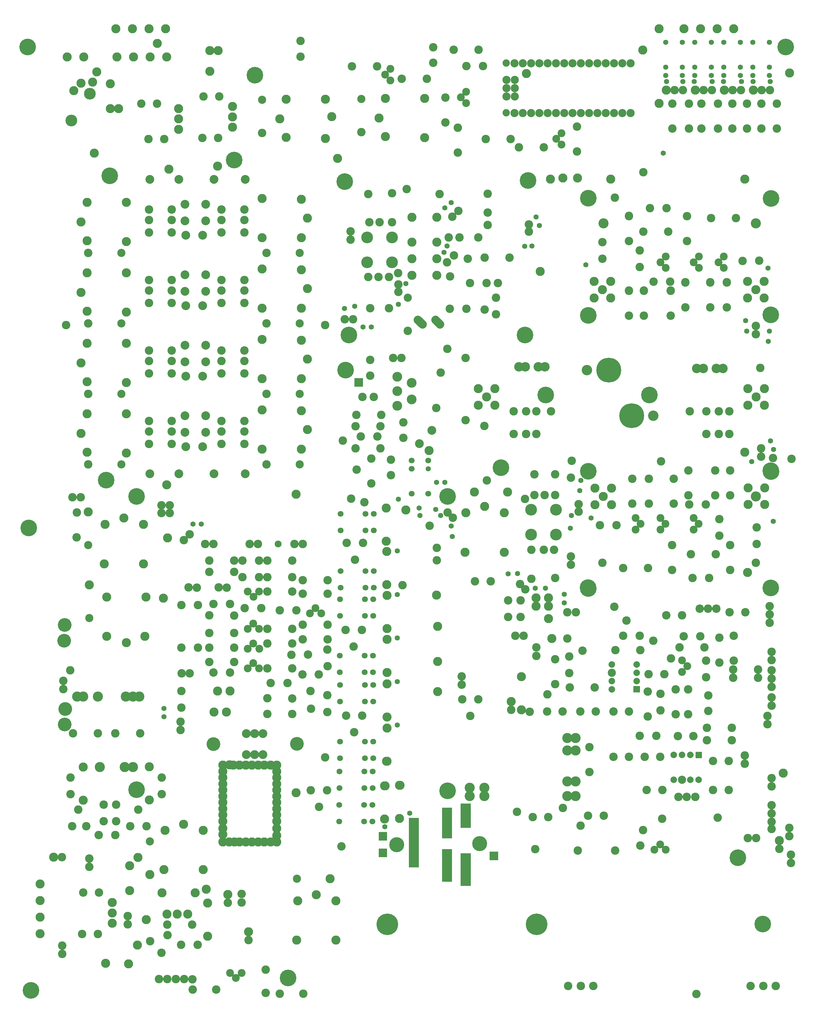
<source format=gbr>
%FSLAX34Y34*%
%MOMM*%
%LNSOLDERMASK_TOP*%
G71*
G01*
%ADD10C,2.600*%
%ADD11C,2.400*%
%ADD12C,2.800*%
%ADD13C,2.600*%
%ADD14C,5.100*%
%ADD15C,1.600*%
%ADD16C,3.100*%
%ADD17C,7.600*%
%ADD18C,3.200*%
%ADD19C,2.900*%
%ADD20C,2.600*%
%ADD21C,2.600*%
%ADD22C,2.400*%
%ADD23C,2.500*%
%ADD24C,2.600*%
%ADD25C,3.600*%
%ADD26C,2.800*%
%ADD27C,3.000*%
%ADD28C,1.800*%
%ADD29C,1.600*%
%ADD30C,2.000*%
%ADD31C,2.500*%
%ADD32C,2.700*%
%ADD33C,2.700*%
%ADD34C,2.800*%
%ADD35C,4.200*%
%ADD36C,2.700*%
%ADD37C,2.800*%
%ADD38C,2.100*%
%ADD39C,6.600*%
%ADD40C,4.200*%
%ADD41C,4.600*%
%ADD42C,2.500*%
%ADD43C,2.250*%
%LPD*%
X-558855Y-541229D02*
G54D10*
D03*
X-558805Y-464979D02*
G54D10*
D03*
X-639849Y-544629D02*
G54D10*
D03*
X-639736Y-595610D02*
G54D10*
D03*
X-525549Y-570029D02*
G54D10*
D03*
X-525437Y-621010D02*
G54D10*
D03*
X-558839Y-769829D02*
G54D10*
D03*
X-558789Y-693579D02*
G54D10*
D03*
X-438118Y-513215D02*
G54D10*
D03*
X-514368Y-513165D02*
G54D10*
D03*
X-513159Y-693579D02*
G54D10*
D03*
X-513209Y-769829D02*
G54D10*
D03*
X-381056Y-541230D02*
G54D10*
D03*
X-381006Y-464980D02*
G54D10*
D03*
X-483724Y-665745D02*
G54D10*
D03*
X-386159Y-668179D02*
G54D10*
D03*
X-386209Y-744429D02*
G54D10*
D03*
X-309960Y-668179D02*
G54D10*
D03*
X-310010Y-744429D02*
G54D10*
D03*
X-259160Y-668179D02*
G54D10*
D03*
X-259210Y-744429D02*
G54D10*
D03*
X-159688Y-602134D02*
G54D10*
D03*
X-210668Y-602247D02*
G54D10*
D03*
X-231142Y-471411D02*
G54D10*
D03*
X-307392Y-471361D02*
G54D10*
D03*
X-446484Y-588804D02*
G54D11*
D03*
X-462384Y-606379D02*
G54D11*
D03*
X-446450Y-623995D02*
G54D11*
D03*
X-344884Y-588804D02*
G54D11*
D03*
X-360784Y-606379D02*
G54D11*
D03*
X-344850Y-623995D02*
G54D11*
D03*
X-268684Y-588804D02*
G54D11*
D03*
X-284584Y-606379D02*
G54D11*
D03*
X-268650Y-623995D02*
G54D11*
D03*
X-665584Y-664904D02*
G54D12*
D03*
X-614784Y-664904D02*
G54D12*
D03*
X-640184Y-690304D02*
G54D12*
D03*
X-614784Y-715704D02*
G54D12*
D03*
X-665584Y-715704D02*
G54D12*
D03*
X-195684Y-664904D02*
G54D12*
D03*
X-144884Y-664904D02*
G54D12*
D03*
X-170284Y-690304D02*
G54D12*
D03*
X-144884Y-715704D02*
G54D12*
D03*
X-195684Y-715704D02*
G54D12*
D03*
X-494158Y-440595D02*
G54D10*
D03*
X-443178Y-440482D02*
G54D10*
D03*
X-558839Y-769829D02*
G54D13*
D03*
X-683260Y-410210D02*
G54D14*
D03*
X-432924Y-665745D02*
G54D10*
D03*
X-430609Y-693579D02*
G54D10*
D03*
X-430659Y-769829D02*
G54D10*
D03*
X-601609Y-408429D02*
G54D10*
D03*
X-690384Y-614204D02*
G54D15*
D03*
X-513209Y-769829D02*
G54D13*
D03*
X-430659Y-769829D02*
G54D13*
D03*
X-386209Y-744429D02*
G54D13*
D03*
X-310010Y-744429D02*
G54D13*
D03*
X-123428Y-411004D02*
G54D14*
D03*
X-683260Y-768986D02*
G54D14*
D03*
X-124064Y-767398D02*
G54D14*
D03*
X-633234Y-487204D02*
G54D15*
D03*
X-636410Y-487204D02*
G54D16*
D03*
X-169685Y-487204D02*
G54D16*
D03*
X-550634Y-1076445D02*
G54D17*
D03*
X-620484Y-936744D02*
G54D17*
D03*
X-687159Y-936745D02*
G54D18*
D03*
X-483959Y-1076445D02*
G54D18*
D03*
X-896034Y-926645D02*
G54D19*
D03*
X-816034Y-926645D02*
G54D20*
D03*
X-351034Y-931645D02*
G54D20*
D03*
X-271034Y-931645D02*
G54D20*
D03*
X-816034Y-926645D02*
G54D19*
D03*
X-351034Y-931645D02*
G54D19*
D03*
X-271034Y-931645D02*
G54D12*
D03*
X-876034Y-926645D02*
G54D19*
D03*
X-836034Y-926645D02*
G54D19*
D03*
X-331034Y-931644D02*
G54D19*
D03*
X-291034Y-931645D02*
G54D19*
D03*
X-1020459Y-1044245D02*
G54D12*
D03*
X-1020459Y-993445D02*
G54D12*
D03*
X-995059Y-1018845D02*
G54D12*
D03*
X-969659Y-993444D02*
G54D12*
D03*
X-969659Y-1044245D02*
G54D12*
D03*
X-1020459Y-1044245D02*
G54D21*
D03*
X-969659Y-1044245D02*
G54D13*
D03*
X-194959Y-1044245D02*
G54D12*
D03*
X-194959Y-993445D02*
G54D12*
D03*
X-169559Y-1018845D02*
G54D12*
D03*
X-144159Y-993445D02*
G54D12*
D03*
X-144159Y-1044245D02*
G54D12*
D03*
X-194959Y-1044245D02*
G54D21*
D03*
X-144159Y-1044245D02*
G54D13*
D03*
X-321502Y-1132882D02*
G54D10*
D03*
X-321502Y-1063032D02*
G54D10*
D03*
X-251652Y-1132882D02*
G54D10*
D03*
X-251652Y-1063032D02*
G54D10*
D03*
X-283402Y-1063032D02*
G54D10*
D03*
X-283402Y-1132882D02*
G54D10*
D03*
X-251651Y-1132882D02*
G54D13*
D03*
X-251651Y-1063032D02*
G54D13*
D03*
X-912052Y-1132882D02*
G54D10*
D03*
X-912052Y-1063032D02*
G54D10*
D03*
X-842202Y-1132882D02*
G54D10*
D03*
X-842202Y-1063032D02*
G54D10*
D03*
X-873952Y-1063032D02*
G54D10*
D03*
X-873952Y-1132882D02*
G54D10*
D03*
X-842201Y-1132882D02*
G54D13*
D03*
X-842201Y-1063032D02*
G54D13*
D03*
X-271034Y-931645D02*
G54D19*
D03*
X-797751Y-1063032D02*
G54D21*
D03*
X-372301Y-1063032D02*
G54D21*
D03*
X-156759Y-929920D02*
G54D21*
D03*
X-1001309Y-1107720D02*
G54D21*
D03*
X-1020459Y-993445D02*
G54D13*
D03*
X-969659Y-993444D02*
G54D13*
D03*
X-194959Y-993445D02*
G54D13*
D03*
X-144159Y-993445D02*
G54D13*
D03*
X-144159Y-1044245D02*
G54D13*
D03*
X-683260Y-1246823D02*
G54D14*
D03*
X-123428Y-1247616D02*
G54D14*
D03*
X-683260Y-1605598D02*
G54D14*
D03*
X-124064Y-1604010D02*
G54D14*
D03*
X-169685Y-1323816D02*
G54D16*
D03*
X-1360284Y-606744D02*
G54D22*
D03*
X-1284084Y-606744D02*
G54D22*
D03*
X-1284084Y-530544D02*
G54D22*
D03*
X-1360284Y-530544D02*
G54D22*
D03*
X-1284172Y-395521D02*
G54D10*
D03*
X-1284172Y-484421D02*
G54D10*
D03*
X-1322272Y-484421D02*
G54D10*
D03*
X-1354022Y-484421D02*
G54D10*
D03*
X-1293816Y-747311D02*
G54D10*
D03*
X-1357315Y-652061D02*
G54D10*
D03*
X-1325566Y-652061D02*
G54D10*
D03*
X-1293816Y-652061D02*
G54D10*
D03*
X-1265333Y-639772D02*
G54D10*
D03*
X-1357316Y-398061D02*
G54D10*
D03*
X-1239722Y-382821D02*
G54D10*
D03*
X-1077294Y-530510D02*
G54D10*
D03*
X-1020144Y-530510D02*
G54D10*
D03*
X-991444Y-454310D02*
G54D10*
D03*
X-991444Y-397160D02*
G54D10*
D03*
X-1052494Y-596134D02*
G54D10*
D03*
X-1106446Y-650016D02*
G54D10*
D03*
X-1052494Y-596134D02*
G54D13*
D03*
X-924718Y-592082D02*
G54D10*
D03*
X-1000968Y-592032D02*
G54D10*
D03*
X-924718Y-592082D02*
G54D13*
D03*
X-1045544Y-670210D02*
G54D10*
D03*
X-994744Y-670210D02*
G54D10*
D03*
X-994744Y-670210D02*
G54D10*
D03*
X-966137Y-766316D02*
G54D10*
D03*
X-966249Y-715336D02*
G54D10*
D03*
X-966137Y-766316D02*
G54D10*
D03*
X-991444Y-492410D02*
G54D10*
D03*
X-959694Y-670210D02*
G54D10*
D03*
X-1110314Y-530510D02*
G54D10*
D03*
X-1099394Y-467010D02*
G54D10*
D03*
X-1223090Y-468506D02*
G54D12*
D03*
X-1146890Y-468506D02*
G54D12*
D03*
X-1223090Y-544706D02*
G54D12*
D03*
X-1223090Y-595506D02*
G54D12*
D03*
X-1223090Y-646306D02*
G54D12*
D03*
X-1146890Y-544706D02*
G54D12*
D03*
X-1146890Y-595506D02*
G54D12*
D03*
X-1146890Y-646306D02*
G54D12*
D03*
X-1235591Y-816868D02*
G54D23*
D03*
X-1235591Y-715268D02*
G54D23*
D03*
X-1235591Y-816868D02*
G54D13*
D03*
X-1146890Y-468506D02*
G54D10*
D03*
X-1000639Y-751309D02*
G54D10*
D03*
X-1056859Y-749064D02*
G54D10*
D03*
X-1056859Y-749064D02*
G54D10*
D03*
X-1107659Y-749064D02*
G54D10*
D03*
G54D24*
X-1137475Y-796786D02*
X-1151617Y-782644D01*
G54D24*
X-1191450Y-796786D02*
X-1205592Y-782644D01*
X-1411684Y-511810D02*
G54D21*
D03*
X-1411684Y-537210D02*
G54D21*
D03*
X-1138634Y-397510D02*
G54D21*
D03*
X-1360284Y-530544D02*
G54D25*
D03*
X-1360284Y-606744D02*
G54D25*
D03*
X-1284084Y-606744D02*
G54D25*
D03*
X-1284084Y-530544D02*
G54D25*
D03*
X-781806Y-1364946D02*
G54D22*
D03*
X-858006Y-1364946D02*
G54D22*
D03*
X-858006Y-1441146D02*
G54D22*
D03*
X-781806Y-1441146D02*
G54D22*
D03*
X-857918Y-1576169D02*
G54D10*
D03*
X-857918Y-1487269D02*
G54D10*
D03*
X-819818Y-1487269D02*
G54D10*
D03*
X-788068Y-1487269D02*
G54D10*
D03*
X-784774Y-1256129D02*
G54D10*
D03*
X-848274Y-1256129D02*
G54D10*
D03*
X-784775Y-1319629D02*
G54D10*
D03*
X-816524Y-1319629D02*
G54D10*
D03*
X-848274Y-1319629D02*
G54D10*
D03*
X-876757Y-1331918D02*
G54D10*
D03*
X-784774Y-1573629D02*
G54D10*
D03*
X-736756Y-1532905D02*
G54D21*
D03*
X-736756Y-1507505D02*
G54D21*
D03*
X-736756Y-1266205D02*
G54D21*
D03*
X-781806Y-1441146D02*
G54D25*
D03*
X-781806Y-1364946D02*
G54D25*
D03*
X-858006Y-1364946D02*
G54D25*
D03*
X-858006Y-1441146D02*
G54D25*
D03*
X-1061014Y-1494527D02*
G54D12*
D03*
X-1057840Y-1373877D02*
G54D12*
D03*
X-940364Y-1494527D02*
G54D12*
D03*
X-940364Y-1373877D02*
G54D12*
D03*
X-1000689Y-1354414D02*
G54D12*
D03*
X-1057840Y-1373877D02*
G54D26*
D03*
X-1031993Y-1310296D02*
G54D12*
D03*
X-930393Y-1310296D02*
G54D12*
D03*
X-843093Y-1634436D02*
G54D12*
D03*
X-843093Y-1659836D02*
G54D12*
D03*
X-804993Y-1659836D02*
G54D12*
D03*
X-804993Y-1697936D02*
G54D12*
D03*
X-890498Y-1642442D02*
G54D10*
D03*
X-890385Y-1693422D02*
G54D10*
D03*
X-890498Y-1642442D02*
G54D10*
D03*
X-890386Y-1693423D02*
G54D10*
D03*
X-928598Y-1642442D02*
G54D10*
D03*
X-928486Y-1693422D02*
G54D10*
D03*
X-928598Y-1642442D02*
G54D10*
D03*
X-928486Y-1693423D02*
G54D10*
D03*
X-804993Y-1634436D02*
G54D12*
D03*
X-994026Y-1274486D02*
G54D10*
D03*
X-1031993Y-1310296D02*
G54D12*
D03*
X-1224035Y-975997D02*
G54D27*
D03*
X-1224035Y-1026797D02*
G54D27*
D03*
X-1268485Y-1001396D02*
G54D27*
D03*
X-1268485Y-1045847D02*
G54D27*
D03*
X-1268485Y-956947D02*
G54D27*
D03*
X-1255785Y-899797D02*
G54D10*
D03*
X-1281185Y-899797D02*
G54D10*
D03*
X-1316870Y-1074422D02*
G54D10*
D03*
X-1393120Y-1074372D02*
G54D10*
D03*
X-1395812Y-1108682D02*
G54D10*
D03*
X-1319562Y-1108732D02*
G54D10*
D03*
X-1379878Y-1140158D02*
G54D10*
D03*
X-1328898Y-1140046D02*
G54D10*
D03*
X-1351035Y-906059D02*
G54D10*
D03*
X-1351035Y-953859D02*
G54D10*
D03*
X-1347425Y-1207684D02*
G54D10*
D03*
X-1347475Y-1283934D02*
G54D10*
D03*
X-1287535Y-1258746D02*
G54D10*
D03*
X-1287535Y-1210947D02*
G54D10*
D03*
X-1374979Y-1018903D02*
G54D10*
D03*
X-1339879Y-1018902D02*
G54D10*
D03*
X-1249435Y-1144447D02*
G54D10*
D03*
X-1249435Y-1096646D02*
G54D10*
D03*
X-1395757Y-1176329D02*
G54D10*
D03*
X-1319507Y-1176379D02*
G54D10*
D03*
X-1148560Y-1052752D02*
G54D10*
D03*
X-1395812Y-1108682D02*
G54D10*
D03*
X-1395757Y-1176328D02*
G54D10*
D03*
X-1287535Y-1258746D02*
G54D10*
D03*
X-1347475Y-1283934D02*
G54D10*
D03*
G36*
X-1373085Y-961727D02*
X-1373085Y-987727D01*
X-1399085Y-987727D01*
X-1399085Y-961727D01*
X-1373085Y-961727D01*
G37*
X-1173235Y-1214208D02*
G54D28*
D03*
X-1173235Y-1239608D02*
G54D29*
D03*
X-1224035Y-1214209D02*
G54D29*
D03*
X-1224035Y-1239609D02*
G54D28*
D03*
X-1173235Y-1315809D02*
G54D29*
D03*
X-1224035Y-1315809D02*
G54D29*
D03*
X-1171203Y-1183443D02*
G54D12*
D03*
X-1169039Y-1413417D02*
G54D21*
D03*
X-1224035Y-1214209D02*
G54D28*
D03*
X-1173235Y-1315809D02*
G54D28*
D03*
X-1224035Y-1315809D02*
G54D28*
D03*
G36*
X-545122Y-1924547D02*
X-545122Y-1904547D01*
X-525122Y-1904547D01*
X-525122Y-1924547D01*
X-545122Y-1924547D01*
G37*
X-535122Y-1889147D02*
G54D30*
D03*
X-535122Y-1863747D02*
G54D30*
D03*
X-535122Y-1838347D02*
G54D30*
D03*
X-611322Y-1838347D02*
G54D30*
D03*
X-611322Y-1863747D02*
G54D30*
D03*
X-611321Y-1889147D02*
G54D30*
D03*
X-611322Y-1914547D02*
G54D30*
D03*
X-611322Y-1863747D02*
G54D31*
D03*
X-239372Y-1879186D02*
G54D10*
D03*
X-239372Y-1853686D02*
G54D10*
D03*
X-809361Y-1982522D02*
G54D10*
D03*
X-784466Y-1898937D02*
G54D10*
D03*
X-784416Y-1822687D02*
G54D10*
D03*
X-919658Y-1977529D02*
G54D10*
D03*
X-919658Y-1952029D02*
G54D10*
D03*
X-377401Y-1915245D02*
G54D10*
D03*
X-377452Y-1991496D02*
G54D10*
D03*
X-377401Y-1915245D02*
G54D10*
D03*
X-315517Y-1933178D02*
G54D10*
D03*
X-315517Y-1980978D02*
G54D10*
D03*
X-415502Y-1915245D02*
G54D10*
D03*
X-415552Y-1991496D02*
G54D10*
D03*
X-415501Y-1915245D02*
G54D10*
D03*
X-395846Y-1861472D02*
G54D11*
D03*
X-379946Y-1843897D02*
G54D11*
D03*
X-395881Y-1826281D02*
G54D11*
D03*
X-322473Y-1826678D02*
G54D10*
D03*
X-322361Y-1877659D02*
G54D10*
D03*
X-322473Y-1826679D02*
G54D10*
D03*
X-327403Y-1786551D02*
G54D10*
D03*
X-403653Y-1786501D02*
G54D10*
D03*
X-327403Y-1786551D02*
G54D10*
D03*
X-340436Y-1752579D02*
G54D10*
D03*
X-391416Y-1752691D02*
G54D10*
D03*
X-340436Y-1752578D02*
G54D10*
D03*
X-462173Y-1928278D02*
G54D10*
D03*
X-462061Y-1979259D02*
G54D10*
D03*
X-462173Y-1928279D02*
G54D10*
D03*
X-315517Y-1933178D02*
G54D10*
D03*
X-327403Y-1786551D02*
G54D10*
D03*
X-340436Y-1752579D02*
G54D10*
D03*
X-282151Y-1756495D02*
G54D10*
D03*
X-282201Y-1832746D02*
G54D10*
D03*
X-282150Y-1756495D02*
G54D10*
D03*
X-282151Y-1756495D02*
G54D10*
D03*
X-462173Y-1928278D02*
G54D10*
D03*
X-498211Y-1868222D02*
G54D10*
D03*
X-450411Y-1868222D02*
G54D10*
D03*
X-483967Y-1765823D02*
G54D10*
D03*
X-430085Y-1819776D02*
G54D10*
D03*
X-483966Y-1765822D02*
G54D10*
D03*
X-483966Y-1765823D02*
G54D10*
D03*
X-524028Y-1794722D02*
G54D10*
D03*
X-600278Y-1794672D02*
G54D10*
D03*
X-576525Y-1750796D02*
G54D10*
D03*
X-525544Y-1750684D02*
G54D10*
D03*
X-576524Y-1750796D02*
G54D10*
D03*
X-524028Y-1794722D02*
G54D10*
D03*
X-525544Y-1750684D02*
G54D10*
D03*
X-707761Y-1982522D02*
G54D10*
D03*
X-659961Y-1982522D02*
G54D10*
D03*
X-809361Y-1982522D02*
G54D10*
D03*
X-761561Y-1982522D02*
G54D10*
D03*
X-606161Y-1982522D02*
G54D10*
D03*
X-558361Y-1982522D02*
G54D10*
D03*
X-606161Y-1982522D02*
G54D10*
D03*
X-501226Y-1921595D02*
G54D10*
D03*
X-501276Y-1997846D02*
G54D10*
D03*
X-501226Y-1921595D02*
G54D10*
D03*
X-663728Y-1909022D02*
G54D10*
D03*
X-739978Y-1908972D02*
G54D10*
D03*
X-663728Y-1909022D02*
G54D10*
D03*
X-741307Y-1865148D02*
G54D10*
D03*
X-741419Y-1814168D02*
G54D10*
D03*
X-741307Y-1865148D02*
G54D10*
D03*
X-741419Y-1814167D02*
G54D10*
D03*
X-701046Y-1796272D02*
G54D10*
D03*
X-795062Y-1758854D02*
G54D10*
D03*
X-747262Y-1758854D02*
G54D10*
D03*
X-784466Y-1898937D02*
G54D10*
D03*
X-808584Y-1929734D02*
G54D10*
D03*
X-862536Y-1983616D02*
G54D10*
D03*
X-808584Y-1929735D02*
G54D10*
D03*
X-237760Y-1750241D02*
G54D10*
D03*
X-795062Y-1758854D02*
G54D12*
D03*
X-887936Y-1875666D02*
G54D12*
D03*
X-887937Y-1977266D02*
G54D12*
D03*
X-887936Y-1875666D02*
G54D12*
D03*
X-919658Y-1952029D02*
G54D12*
D03*
X-237760Y-1750241D02*
G54D10*
D03*
X-237810Y-1826491D02*
G54D10*
D03*
X-237760Y-1750241D02*
G54D10*
D03*
X-237760Y-1750241D02*
G54D10*
D03*
X-282151Y-1756495D02*
G54D10*
D03*
X-340436Y-1752579D02*
G54D10*
D03*
X-327403Y-1786551D02*
G54D10*
D03*
X-483967Y-1765823D02*
G54D10*
D03*
X-524028Y-1794722D02*
G54D10*
D03*
X-525544Y-1750684D02*
G54D10*
D03*
X-315517Y-1933178D02*
G54D10*
D03*
X-701046Y-1796272D02*
G54D10*
D03*
X-606161Y-1982522D02*
G54D10*
D03*
X-809361Y-1982522D02*
G54D10*
D03*
X-808584Y-1929735D02*
G54D10*
D03*
X-784466Y-1898937D02*
G54D10*
D03*
X-887936Y-1875666D02*
G54D10*
D03*
X-163122Y-1879236D02*
G54D10*
D03*
X-239372Y-1879186D02*
G54D10*
D03*
X-163122Y-1853736D02*
G54D10*
D03*
X-239372Y-1853686D02*
G54D10*
D03*
X-1959026Y-1162896D02*
G54D10*
D03*
X-2028876Y-1162896D02*
G54D10*
D03*
X-1959026Y-1093046D02*
G54D10*
D03*
X-2028876Y-1093046D02*
G54D10*
D03*
X-2028876Y-1124796D02*
G54D10*
D03*
X-1959026Y-1124796D02*
G54D10*
D03*
X-1915618Y-1171667D02*
G54D32*
D03*
X-1864636Y-1171555D02*
G54D32*
D03*
X-1736776Y-1162896D02*
G54D10*
D03*
X-1806626Y-1162896D02*
G54D10*
D03*
X-1736776Y-1093046D02*
G54D10*
D03*
X-1806626Y-1093046D02*
G54D10*
D03*
X-1806626Y-1124796D02*
G54D10*
D03*
X-1736776Y-1124796D02*
G54D10*
D03*
X-1854553Y-1127569D02*
G54D10*
D03*
X-1854666Y-1076589D02*
G54D10*
D03*
X-1918053Y-1127569D02*
G54D10*
D03*
X-1918166Y-1076589D02*
G54D10*
D03*
X-1736776Y-1093046D02*
G54D13*
D03*
X-1806626Y-1093046D02*
G54D13*
D03*
X-1854666Y-1076588D02*
G54D33*
D03*
X-1918166Y-1076588D02*
G54D13*
D03*
X-1959026Y-1093046D02*
G54D13*
D03*
X-2028876Y-1093046D02*
G54D13*
D03*
X-1918053Y-1127569D02*
G54D32*
D03*
X-1918166Y-1076589D02*
G54D32*
D03*
X-1854666Y-1076589D02*
G54D32*
D03*
X-1854553Y-1127569D02*
G54D32*
D03*
X-1682563Y-1058604D02*
G54D12*
D03*
X-1561913Y-1061778D02*
G54D12*
D03*
X-1682563Y-1179254D02*
G54D12*
D03*
X-1561913Y-1179254D02*
G54D12*
D03*
X-1543100Y-1118929D02*
G54D12*
D03*
X-1669056Y-1225534D02*
G54D23*
D03*
X-1567456Y-1225533D02*
G54D23*
D03*
X-1561913Y-1061778D02*
G54D12*
D03*
X-2097558Y-1191342D02*
G54D12*
D03*
X-2218208Y-1188168D02*
G54D12*
D03*
X-2097558Y-1070692D02*
G54D12*
D03*
X-2218208Y-1070692D02*
G54D12*
D03*
X-2237020Y-1131017D02*
G54D12*
D03*
X-2218207Y-1188168D02*
G54D12*
D03*
X-2218208Y-1070692D02*
G54D12*
D03*
X-2215156Y-1225534D02*
G54D23*
D03*
X-2113556Y-1225533D02*
G54D23*
D03*
X-1669056Y-1225534D02*
G54D10*
D03*
X-2215156Y-1225534D02*
G54D10*
D03*
X-1959026Y-946996D02*
G54D10*
D03*
X-2028876Y-946996D02*
G54D10*
D03*
X-1959026Y-877146D02*
G54D10*
D03*
X-2028876Y-877146D02*
G54D10*
D03*
X-2028876Y-908896D02*
G54D10*
D03*
X-1959026Y-908896D02*
G54D10*
D03*
X-1915618Y-955767D02*
G54D32*
D03*
X-1864636Y-955655D02*
G54D32*
D03*
X-1736776Y-946996D02*
G54D10*
D03*
X-1806626Y-946996D02*
G54D10*
D03*
X-1736776Y-877146D02*
G54D10*
D03*
X-1806626Y-877146D02*
G54D10*
D03*
X-1806626Y-908896D02*
G54D10*
D03*
X-1736776Y-908896D02*
G54D10*
D03*
X-1854553Y-911669D02*
G54D10*
D03*
X-1854666Y-860688D02*
G54D10*
D03*
X-1918053Y-911669D02*
G54D10*
D03*
X-1918166Y-860689D02*
G54D10*
D03*
X-1736776Y-877146D02*
G54D13*
D03*
X-1806626Y-877146D02*
G54D13*
D03*
X-1854666Y-860688D02*
G54D33*
D03*
X-1918166Y-860688D02*
G54D13*
D03*
X-1959026Y-877146D02*
G54D13*
D03*
X-2028876Y-877146D02*
G54D13*
D03*
X-1918053Y-911669D02*
G54D32*
D03*
X-1918166Y-860689D02*
G54D32*
D03*
X-1854666Y-860688D02*
G54D32*
D03*
X-1854553Y-911669D02*
G54D32*
D03*
X-1682563Y-842704D02*
G54D12*
D03*
X-1561913Y-845878D02*
G54D12*
D03*
X-1682563Y-963354D02*
G54D12*
D03*
X-1561913Y-963354D02*
G54D12*
D03*
X-1543100Y-903029D02*
G54D12*
D03*
X-1669056Y-1009634D02*
G54D23*
D03*
X-1567456Y-1009633D02*
G54D23*
D03*
X-1561913Y-845878D02*
G54D12*
D03*
X-2097558Y-975442D02*
G54D12*
D03*
X-2218208Y-972268D02*
G54D12*
D03*
X-2097558Y-854792D02*
G54D12*
D03*
X-2218208Y-854792D02*
G54D12*
D03*
X-2237020Y-915117D02*
G54D12*
D03*
X-2218207Y-972269D02*
G54D12*
D03*
X-2218208Y-854792D02*
G54D12*
D03*
X-2215156Y-1009634D02*
G54D23*
D03*
X-2113556Y-1009633D02*
G54D23*
D03*
X-1669056Y-1009634D02*
G54D10*
D03*
X-2215156Y-1009634D02*
G54D10*
D03*
X-1959026Y-731096D02*
G54D10*
D03*
X-2028876Y-731096D02*
G54D10*
D03*
X-1959026Y-661246D02*
G54D10*
D03*
X-2028876Y-661246D02*
G54D10*
D03*
X-2028876Y-692996D02*
G54D10*
D03*
X-1959026Y-692996D02*
G54D10*
D03*
X-1915618Y-739867D02*
G54D32*
D03*
X-1864636Y-739755D02*
G54D32*
D03*
X-1736776Y-731096D02*
G54D10*
D03*
X-1806626Y-731096D02*
G54D10*
D03*
X-1736776Y-661246D02*
G54D10*
D03*
X-1806626Y-661246D02*
G54D10*
D03*
X-1806626Y-692996D02*
G54D10*
D03*
X-1736776Y-692996D02*
G54D10*
D03*
X-1854553Y-695769D02*
G54D10*
D03*
X-1854666Y-644788D02*
G54D10*
D03*
X-1918053Y-695769D02*
G54D10*
D03*
X-1918166Y-644788D02*
G54D10*
D03*
X-1736776Y-661246D02*
G54D13*
D03*
X-1806626Y-661246D02*
G54D13*
D03*
X-1854666Y-644788D02*
G54D33*
D03*
X-1918166Y-644788D02*
G54D13*
D03*
X-1959026Y-661246D02*
G54D13*
D03*
X-2028876Y-661246D02*
G54D13*
D03*
X-1918053Y-695769D02*
G54D32*
D03*
X-1918166Y-644788D02*
G54D32*
D03*
X-1854666Y-644788D02*
G54D32*
D03*
X-1854553Y-695769D02*
G54D32*
D03*
X-1682563Y-626804D02*
G54D12*
D03*
X-1561913Y-629978D02*
G54D12*
D03*
X-1682563Y-747454D02*
G54D12*
D03*
X-1561913Y-747454D02*
G54D12*
D03*
X-1543100Y-687129D02*
G54D12*
D03*
X-1669056Y-793734D02*
G54D23*
D03*
X-1567456Y-793734D02*
G54D23*
D03*
X-1561913Y-629978D02*
G54D12*
D03*
X-2097558Y-759542D02*
G54D12*
D03*
X-2218208Y-756368D02*
G54D12*
D03*
X-2097558Y-638892D02*
G54D12*
D03*
X-2218208Y-638892D02*
G54D12*
D03*
X-2237020Y-699217D02*
G54D12*
D03*
X-2218207Y-756368D02*
G54D12*
D03*
X-2218208Y-638892D02*
G54D12*
D03*
X-2215156Y-793734D02*
G54D23*
D03*
X-2113556Y-793734D02*
G54D23*
D03*
X-1669056Y-793734D02*
G54D10*
D03*
X-2215156Y-793734D02*
G54D10*
D03*
X-1959026Y-515196D02*
G54D10*
D03*
X-2028876Y-515196D02*
G54D10*
D03*
X-1959026Y-445346D02*
G54D10*
D03*
X-2028876Y-445346D02*
G54D10*
D03*
X-2028876Y-477096D02*
G54D10*
D03*
X-1959026Y-477096D02*
G54D10*
D03*
X-1915618Y-523967D02*
G54D32*
D03*
X-1864636Y-523855D02*
G54D32*
D03*
X-1736776Y-515196D02*
G54D10*
D03*
X-1806626Y-515196D02*
G54D10*
D03*
X-1736776Y-445346D02*
G54D10*
D03*
X-1806626Y-445346D02*
G54D10*
D03*
X-1806626Y-477096D02*
G54D10*
D03*
X-1736776Y-477096D02*
G54D10*
D03*
X-1854553Y-479869D02*
G54D10*
D03*
X-1854666Y-428888D02*
G54D10*
D03*
X-1918053Y-479869D02*
G54D10*
D03*
X-1918166Y-428889D02*
G54D10*
D03*
X-1736776Y-445346D02*
G54D13*
D03*
X-1806626Y-445346D02*
G54D13*
D03*
X-1854666Y-428888D02*
G54D33*
D03*
X-1918166Y-428888D02*
G54D13*
D03*
X-1959026Y-445346D02*
G54D13*
D03*
X-2028876Y-445346D02*
G54D13*
D03*
X-1918053Y-479869D02*
G54D32*
D03*
X-1918166Y-428889D02*
G54D32*
D03*
X-1854666Y-428889D02*
G54D32*
D03*
X-1854553Y-479869D02*
G54D32*
D03*
X-1682563Y-410904D02*
G54D12*
D03*
X-1561913Y-414078D02*
G54D12*
D03*
X-1682563Y-531554D02*
G54D12*
D03*
X-1561913Y-531554D02*
G54D12*
D03*
X-1543100Y-471229D02*
G54D12*
D03*
X-1669056Y-577834D02*
G54D23*
D03*
X-1567456Y-577834D02*
G54D23*
D03*
X-1561913Y-414078D02*
G54D12*
D03*
X-2097558Y-543642D02*
G54D12*
D03*
X-2218208Y-540468D02*
G54D12*
D03*
X-2097558Y-422992D02*
G54D12*
D03*
X-2218208Y-422992D02*
G54D12*
D03*
X-2237020Y-483317D02*
G54D12*
D03*
X-2218207Y-540468D02*
G54D12*
D03*
X-2218208Y-422992D02*
G54D12*
D03*
X-2215156Y-577834D02*
G54D23*
D03*
X-2113556Y-577834D02*
G54D23*
D03*
X-1669056Y-577834D02*
G54D10*
D03*
X-2215156Y-577834D02*
G54D10*
D03*
X-1733902Y-1254569D02*
G54D32*
D03*
X-1733902Y-1254569D02*
G54D32*
D03*
X-1829152Y-1254569D02*
G54D32*
D03*
X-1829152Y-1254569D02*
G54D32*
D03*
X-1937102Y-1254569D02*
G54D32*
D03*
X-1937102Y-1254569D02*
G54D32*
D03*
X-2026002Y-1254569D02*
G54D32*
D03*
X-2026002Y-1254569D02*
G54D32*
D03*
X-1733902Y-352869D02*
G54D32*
D03*
X-1733902Y-352869D02*
G54D32*
D03*
X-1829152Y-352869D02*
G54D32*
D03*
X-1829152Y-352869D02*
G54D32*
D03*
X-1937102Y-352869D02*
G54D32*
D03*
X-1937102Y-352869D02*
G54D32*
D03*
X-2026002Y-352869D02*
G54D32*
D03*
X-2026002Y-352869D02*
G54D32*
D03*
X-2282638Y-799399D02*
G54D21*
D03*
X-1488888Y-799399D02*
G54D21*
D03*
X-876936Y-829310D02*
G54D14*
D03*
X-867410Y-356236D02*
G54D14*
D03*
X-867411Y-356235D02*
G54D14*
D03*
X-1416686Y-829310D02*
G54D14*
D03*
X-1429386Y-359410D02*
G54D14*
D03*
X-2037739Y-1632085D02*
G54D12*
D03*
X-2040913Y-1752735D02*
G54D12*
D03*
X-2158388Y-1632085D02*
G54D12*
D03*
X-2158388Y-1752735D02*
G54D12*
D03*
X-2098064Y-1771548D02*
G54D12*
D03*
X-2165938Y-1530216D02*
G54D12*
D03*
X-2162764Y-1409566D02*
G54D12*
D03*
X-2045288Y-1530216D02*
G54D12*
D03*
X-2045289Y-1409566D02*
G54D12*
D03*
X-2105614Y-1390278D02*
G54D12*
D03*
X-2211018Y-1594792D02*
G54D23*
D03*
X-2211018Y-1696392D02*
G54D23*
D03*
X-2211018Y-1594792D02*
G54D10*
D03*
X-2211018Y-1594792D02*
G54D12*
D03*
X-2214816Y-1371596D02*
G54D23*
D03*
X-2214816Y-1473197D02*
G54D23*
D03*
X-2214816Y-1371596D02*
G54D10*
D03*
X-2214816Y-1371596D02*
G54D12*
D03*
X-2040913Y-1752735D02*
G54D12*
D03*
X-2045289Y-1409566D02*
G54D12*
D03*
X-2162764Y-1409566D02*
G54D12*
D03*
X-2045289Y-1409566D02*
G54D12*
D03*
X-2066528Y-1323816D02*
G54D14*
D03*
X-1114028Y-1323816D02*
G54D14*
D03*
X-2066528Y-2222341D02*
G54D14*
D03*
X-1114028Y-2225516D02*
G54D14*
D03*
X-1029973Y-1584136D02*
G54D10*
D03*
X-982173Y-1584136D02*
G54D10*
D03*
X-1029973Y-1584135D02*
G54D10*
D03*
X-134076Y-1996576D02*
G54D21*
D03*
X-121377Y-1799726D02*
G54D21*
D03*
X-121376Y-1825126D02*
G54D21*
D03*
X-121377Y-2187076D02*
G54D21*
D03*
X-121376Y-2212476D02*
G54D21*
D03*
X-121377Y-1939426D02*
G54D21*
D03*
X-121376Y-1964826D02*
G54D21*
D03*
X-1147995Y-1626317D02*
G54D34*
D03*
X-1144820Y-1721567D02*
G54D34*
D03*
X-1144820Y-1829517D02*
G54D34*
D03*
X-1144820Y-1921592D02*
G54D34*
D03*
X-1575390Y-2082055D02*
G54D35*
D03*
X-1831090Y-2082155D02*
G54D35*
D03*
X-1730364Y-2050230D02*
G54D36*
D03*
X-1704990Y-2050355D02*
G54D36*
D03*
X-1679546Y-2050330D02*
G54D36*
D03*
X-1482284Y-1983971D02*
G54D10*
D03*
X-1482459Y-1932979D02*
G54D10*
D03*
X-1780214Y-1920105D02*
G54D37*
D03*
X-1829614Y-1984205D02*
G54D37*
D03*
X-1791614Y-1984205D02*
G54D37*
D03*
X-1818314Y-1920105D02*
G54D37*
D03*
X-1929490Y-1970955D02*
G54D10*
D03*
X-1929614Y-1920038D02*
G54D10*
D03*
X-1665964Y-1942380D02*
G54D10*
D03*
X-1589714Y-1942430D02*
G54D10*
D03*
X-1932064Y-2039080D02*
G54D10*
D03*
X-1932064Y-2013580D02*
G54D10*
D03*
X-1665964Y-1990005D02*
G54D10*
D03*
X-1589715Y-1990055D02*
G54D10*
D03*
X-1691364Y-1570905D02*
G54D10*
D03*
X-1742281Y-1571030D02*
G54D10*
D03*
X-1726290Y-1615355D02*
G54D11*
D03*
X-1708714Y-1631255D02*
G54D11*
D03*
X-1691098Y-1615320D02*
G54D11*
D03*
X-1719940Y-1469305D02*
G54D10*
D03*
X-1694514Y-1469255D02*
G54D10*
D03*
X-1665964Y-1615355D02*
G54D10*
D03*
X-1589790Y-1615355D02*
G54D10*
D03*
X-1843764Y-1555030D02*
G54D10*
D03*
X-1767514Y-1555080D02*
G54D10*
D03*
X-1685014Y-1666155D02*
G54D10*
D03*
X-1735931Y-1666280D02*
G54D10*
D03*
X-1691364Y-1729655D02*
G54D11*
D03*
X-1708964Y-1713755D02*
G54D11*
D03*
X-1726556Y-1729690D02*
G54D11*
D03*
X-1690990Y-1790055D02*
G54D11*
D03*
X-1708964Y-1774080D02*
G54D11*
D03*
X-1726556Y-1790015D02*
G54D11*
D03*
X-1665964Y-1729655D02*
G54D10*
D03*
X-1589790Y-1729655D02*
G54D10*
D03*
X-1691365Y-1850355D02*
G54D11*
D03*
X-1708964Y-1834405D02*
G54D11*
D03*
X-1726556Y-1850340D02*
G54D11*
D03*
X-1843764Y-1786805D02*
G54D10*
D03*
X-1767514Y-1786855D02*
G54D10*
D03*
X-1843556Y-1830984D02*
G54D10*
D03*
X-1767306Y-1831034D02*
G54D10*
D03*
X-1665964Y-1850305D02*
G54D10*
D03*
X-1589690Y-1850355D02*
G54D10*
D03*
X-1604644Y-1895095D02*
G54D10*
D03*
X-1655560Y-1895220D02*
G54D10*
D03*
X-1665964Y-1774105D02*
G54D10*
D03*
X-1589714Y-1774155D02*
G54D10*
D03*
X-1508689Y-1868955D02*
G54D21*
D03*
X-1533673Y-1919887D02*
G54D21*
D03*
X-1558572Y-1868840D02*
G54D21*
D03*
X-1500864Y-1682030D02*
G54D11*
D03*
X-1518665Y-1666230D02*
G54D11*
D03*
X-1536055Y-1682065D02*
G54D11*
D03*
X-1856464Y-1469305D02*
G54D10*
D03*
X-1830890Y-1469355D02*
G54D10*
D03*
X-1558014Y-1580430D02*
G54D10*
D03*
X-1481764Y-1580480D02*
G54D10*
D03*
X-1558014Y-1621705D02*
G54D10*
D03*
X-1481764Y-1621755D02*
G54D10*
D03*
X-1577064Y-1672505D02*
G54D10*
D03*
X-1627981Y-1672630D02*
G54D10*
D03*
X-1558014Y-1716955D02*
G54D10*
D03*
X-1481764Y-1717005D02*
G54D10*
D03*
X-1481864Y-1843980D02*
G54D10*
D03*
X-1481977Y-1793000D02*
G54D10*
D03*
X-1481815Y-1761405D02*
G54D10*
D03*
X-1558090Y-1761355D02*
G54D10*
D03*
X-1907214Y-1602630D02*
G54D10*
D03*
X-1882352Y-1602942D02*
G54D10*
D03*
X-1878690Y-1786805D02*
G54D10*
D03*
X-1929664Y-1786955D02*
G54D10*
D03*
X-1843764Y-1742355D02*
G54D10*
D03*
X-1767514Y-1742405D02*
G54D10*
D03*
X-1780264Y-1863005D02*
G54D10*
D03*
X-1831240Y-1863155D02*
G54D10*
D03*
X-1903664Y-1866155D02*
G54D10*
D03*
X-1928964Y-1865855D02*
G54D10*
D03*
X-1878690Y-1656630D02*
G54D10*
D03*
X-1929664Y-1656730D02*
G54D10*
D03*
X-1558014Y-1469305D02*
G54D10*
D03*
X-1583490Y-1469305D02*
G54D10*
D03*
X-1843764Y-1688380D02*
G54D10*
D03*
X-1767514Y-1688430D02*
G54D10*
D03*
X-1780290Y-1653430D02*
G54D10*
D03*
X-1831190Y-1653630D02*
G54D10*
D03*
X-1815190Y-1602655D02*
G54D10*
D03*
X-1790290Y-1602955D02*
G54D10*
D03*
X-1665964Y-1570905D02*
G54D10*
D03*
X-1589790Y-1570905D02*
G54D10*
D03*
X-1665964Y-1520105D02*
G54D10*
D03*
X-1589790Y-1520055D02*
G54D10*
D03*
X-1843790Y-1520055D02*
G54D10*
D03*
X-1767589Y-1520055D02*
G54D10*
D03*
X-1691364Y-1520105D02*
G54D10*
D03*
X-1742281Y-1520230D02*
G54D10*
D03*
X-1632740Y-1469305D02*
G54D38*
D03*
X-1592664Y-1808720D02*
G54D10*
D03*
X-1541684Y-1808608D02*
G54D10*
D03*
X-1532565Y-1974180D02*
G54D10*
D03*
X-1679490Y-2114655D02*
G54D36*
D03*
X-1704790Y-2114455D02*
G54D36*
D03*
X-1730277Y-2114524D02*
G54D36*
D03*
X-1342240Y-2125966D02*
G54D29*
D03*
X-1367640Y-2125966D02*
G54D29*
D03*
X-1342240Y-2075166D02*
G54D29*
D03*
X-1367640Y-2075166D02*
G54D29*
D03*
X-1443840Y-2125966D02*
G54D28*
D03*
X-1443840Y-2075166D02*
G54D29*
D03*
X-1299631Y-2134850D02*
G54D12*
D03*
X-1299631Y-2033250D02*
G54D12*
D03*
X-1301615Y-2134850D02*
G54D12*
D03*
X-1342240Y-1952532D02*
G54D29*
D03*
X-1367640Y-1952531D02*
G54D29*
D03*
X-1342240Y-1901732D02*
G54D29*
D03*
X-1367640Y-1901732D02*
G54D29*
D03*
X-1443840Y-1952532D02*
G54D29*
D03*
X-1443840Y-1901732D02*
G54D29*
D03*
X-1375340Y-1995161D02*
G54D21*
D03*
X-1400323Y-2046094D02*
G54D21*
D03*
X-1425222Y-1995047D02*
G54D21*
D03*
X-1339858Y-1603281D02*
G54D29*
D03*
X-1365258Y-1603282D02*
G54D29*
D03*
X-1339858Y-1552482D02*
G54D29*
D03*
X-1365258Y-1552482D02*
G54D29*
D03*
X-1441458Y-1603282D02*
G54D29*
D03*
X-1441458Y-1552482D02*
G54D29*
D03*
X-1339858Y-1427863D02*
G54D29*
D03*
X-1365258Y-1427863D02*
G54D29*
D03*
X-1339858Y-1377062D02*
G54D29*
D03*
X-1365258Y-1377063D02*
G54D29*
D03*
X-1441458Y-1427862D02*
G54D29*
D03*
X-1441458Y-1377063D02*
G54D29*
D03*
X-1372958Y-1466524D02*
G54D21*
D03*
X-1397942Y-1517456D02*
G54D21*
D03*
X-1422841Y-1466410D02*
G54D21*
D03*
X-1376927Y-1732827D02*
G54D21*
D03*
X-1401910Y-1783759D02*
G54D21*
D03*
X-1426810Y-1732712D02*
G54D21*
D03*
X-1341446Y-1689800D02*
G54D29*
D03*
X-1366846Y-1689800D02*
G54D29*
D03*
X-1341446Y-1639000D02*
G54D29*
D03*
X-1366846Y-1639000D02*
G54D29*
D03*
X-1443046Y-1689800D02*
G54D29*
D03*
X-1443046Y-1639000D02*
G54D29*
D03*
X-1343033Y-1862044D02*
G54D29*
D03*
X-1368433Y-1862044D02*
G54D29*
D03*
X-1343033Y-1811244D02*
G54D29*
D03*
X-1368433Y-1811244D02*
G54D29*
D03*
X-1444633Y-1862044D02*
G54D29*
D03*
X-1444633Y-1811244D02*
G54D29*
D03*
X-1299631Y-1999515D02*
G54D12*
D03*
X-1299631Y-1897915D02*
G54D12*
D03*
X-1299631Y-1999515D02*
G54D12*
D03*
X-1299234Y-1863387D02*
G54D12*
D03*
X-1299234Y-1761787D02*
G54D12*
D03*
X-1299234Y-1863387D02*
G54D12*
D03*
X-1299234Y-1728846D02*
G54D12*
D03*
X-1299234Y-1627246D02*
G54D12*
D03*
X-1299234Y-1728846D02*
G54D12*
D03*
X-1300424Y-1594306D02*
G54D12*
D03*
X-1300424Y-1492706D02*
G54D12*
D03*
X-1300424Y-1594306D02*
G54D12*
D03*
X-1302012Y-1460956D02*
G54D12*
D03*
X-1302012Y-1359356D02*
G54D12*
D03*
X-1302012Y-1460956D02*
G54D12*
D03*
X-1251739Y-1595512D02*
G54D21*
D03*
X-1489070Y-2123356D02*
G54D21*
D03*
X-1443840Y-2075166D02*
G54D28*
D03*
X-1367640Y-2125966D02*
G54D28*
D03*
X-1342240Y-2125966D02*
G54D28*
D03*
X-1367640Y-2075166D02*
G54D28*
D03*
X-1342240Y-2075166D02*
G54D28*
D03*
X-1443840Y-1952532D02*
G54D28*
D03*
X-1443840Y-1901732D02*
G54D28*
D03*
X-1367640Y-1952531D02*
G54D28*
D03*
X-1342240Y-1952532D02*
G54D28*
D03*
X-1342240Y-1901732D02*
G54D28*
D03*
X-1367640Y-1901732D02*
G54D28*
D03*
X-1368433Y-1862044D02*
G54D28*
D03*
X-1343033Y-1862044D02*
G54D28*
D03*
X-1343033Y-1811244D02*
G54D28*
D03*
X-1368433Y-1811244D02*
G54D28*
D03*
X-1444633Y-1862044D02*
G54D28*
D03*
X-1444633Y-1811244D02*
G54D28*
D03*
X-1443046Y-1689800D02*
G54D28*
D03*
X-1366846Y-1689800D02*
G54D28*
D03*
X-1443046Y-1639000D02*
G54D28*
D03*
X-1366846Y-1639000D02*
G54D28*
D03*
X-1341446Y-1639000D02*
G54D28*
D03*
X-1341446Y-1689800D02*
G54D28*
D03*
X-1441458Y-1603282D02*
G54D28*
D03*
X-1441458Y-1552482D02*
G54D28*
D03*
X-1365258Y-1603282D02*
G54D28*
D03*
X-1339858Y-1603281D02*
G54D28*
D03*
X-1339858Y-1552482D02*
G54D28*
D03*
X-1365258Y-1552482D02*
G54D28*
D03*
X-1441458Y-1427862D02*
G54D28*
D03*
X-1441458Y-1377063D02*
G54D28*
D03*
X-1365258Y-1427863D02*
G54D28*
D03*
X-1339858Y-1427863D02*
G54D28*
D03*
X-1339858Y-1377062D02*
G54D28*
D03*
X-1365258Y-1377063D02*
G54D28*
D03*
X-1376927Y-1732827D02*
G54D21*
D03*
X-1372958Y-1466524D02*
G54D21*
D03*
X-1344224Y-2319639D02*
G54D29*
D03*
X-1369624Y-2319639D02*
G54D29*
D03*
X-1344224Y-2268839D02*
G54D29*
D03*
X-1369624Y-2268839D02*
G54D29*
D03*
X-1445824Y-2319639D02*
G54D28*
D03*
X-1445824Y-2268839D02*
G54D29*
D03*
X-1445824Y-2268839D02*
G54D28*
D03*
X-1369624Y-2319639D02*
G54D28*
D03*
X-1344224Y-2319639D02*
G54D28*
D03*
X-1369624Y-2268839D02*
G54D28*
D03*
X-1344224Y-2268839D02*
G54D28*
D03*
X-1482893Y-2223761D02*
G54D21*
D03*
X-1507876Y-2274694D02*
G54D21*
D03*
X-1532775Y-2223647D02*
G54D21*
D03*
X-1307476Y-2210150D02*
G54D12*
D03*
X-1307476Y-2311749D02*
G54D12*
D03*
X-1305492Y-2210149D02*
G54D12*
D03*
X-1261438Y-2208959D02*
G54D12*
D03*
X-1261438Y-2310559D02*
G54D12*
D03*
X-1259454Y-2208959D02*
G54D12*
D03*
X-1343430Y-2217245D02*
G54D29*
D03*
X-1368830Y-2217245D02*
G54D29*
D03*
X-1343430Y-2166445D02*
G54D29*
D03*
X-1368830Y-2166445D02*
G54D29*
D03*
X-1445030Y-2217246D02*
G54D28*
D03*
X-1445031Y-2166445D02*
G54D29*
D03*
X-1445031Y-2166445D02*
G54D28*
D03*
X-1368830Y-2217245D02*
G54D28*
D03*
X-1343430Y-2217245D02*
G54D28*
D03*
X-1368830Y-2166445D02*
G54D28*
D03*
X-1343430Y-2166445D02*
G54D28*
D03*
X-1577930Y-1317323D02*
G54D34*
D03*
X-1577930Y-2231723D02*
G54D34*
D03*
X-1770295Y-2147017D02*
G54D12*
D03*
X-1636945Y-2280367D02*
G54D12*
D03*
X-1636945Y-2261317D02*
G54D12*
D03*
X-1636945Y-2242267D02*
G54D12*
D03*
X-1636945Y-2223217D02*
G54D12*
D03*
X-1636945Y-2204167D02*
G54D12*
D03*
X-1636945Y-2185117D02*
G54D12*
D03*
X-1636945Y-2166067D02*
G54D12*
D03*
X-1636945Y-2147017D02*
G54D12*
D03*
X-1636945Y-2299417D02*
G54D12*
D03*
X-1636945Y-2318467D02*
G54D12*
D03*
X-1636945Y-2318467D02*
G54D12*
D03*
X-1732195Y-2147017D02*
G54D12*
D03*
X-1713145Y-2147017D02*
G54D12*
D03*
X-1694095Y-2147017D02*
G54D12*
D03*
X-1675045Y-2147017D02*
G54D12*
D03*
X-1655995Y-2147017D02*
G54D12*
D03*
X-1751245Y-2147017D02*
G54D12*
D03*
X-1770295Y-2147017D02*
G54D12*
D03*
X-1636945Y-2147017D02*
G54D12*
D03*
X-1971630Y-1450673D02*
G54D12*
D03*
X-1242014Y-1365116D02*
G54D12*
D03*
X-1350966Y-747311D02*
G54D10*
D03*
X-881324Y-1750796D02*
G54D10*
D03*
X-906899Y-1750746D02*
G54D10*
D03*
X-842218Y-1786512D02*
G54D10*
D03*
X-842268Y-1812086D02*
G54D10*
D03*
X-721615Y-1678518D02*
G54D10*
D03*
X-747190Y-1678468D02*
G54D10*
D03*
X-203677Y-2142364D02*
G54D10*
D03*
X-203676Y-2116864D02*
G54D10*
D03*
G36*
X-335024Y-2125874D02*
X-355024Y-2125874D01*
X-355024Y-2105874D01*
X-335024Y-2105874D01*
X-335024Y-2125874D01*
G37*
X-370424Y-2115874D02*
G54D30*
D03*
X-395824Y-2115874D02*
G54D30*
D03*
X-421224Y-2115874D02*
G54D30*
D03*
X-421224Y-2192074D02*
G54D30*
D03*
X-395824Y-2192074D02*
G54D30*
D03*
X-370424Y-2192074D02*
G54D30*
D03*
X-345024Y-2192073D02*
G54D30*
D03*
X-395824Y-2192074D02*
G54D31*
D03*
X-457226Y-2311376D02*
G54D10*
D03*
X-406868Y-2243997D02*
G54D10*
D03*
X-381368Y-2243998D02*
G54D10*
D03*
X-381368Y-2243997D02*
G54D10*
D03*
X-355868Y-2243997D02*
G54D10*
D03*
X-253383Y-2223201D02*
G54D10*
D03*
X-301183Y-2223200D02*
G54D10*
D03*
X-456583Y-2223200D02*
G54D10*
D03*
X-504383Y-2223201D02*
G54D10*
D03*
X-253383Y-2134301D02*
G54D10*
D03*
X-301183Y-2134301D02*
G54D10*
D03*
X-243858Y-2070601D02*
G54D10*
D03*
X-320108Y-2070551D02*
G54D10*
D03*
X-243858Y-2032501D02*
G54D10*
D03*
X-320108Y-2032451D02*
G54D10*
D03*
X-243858Y-2032501D02*
G54D10*
D03*
X-361333Y-2058100D02*
G54D10*
D03*
X-409133Y-2058100D02*
G54D10*
D03*
X-510821Y-2121601D02*
G54D10*
D03*
X-463021Y-2121601D02*
G54D10*
D03*
X-474918Y-2056748D02*
G54D10*
D03*
X-525899Y-2056860D02*
G54D10*
D03*
X-474918Y-2056748D02*
G54D10*
D03*
X-606071Y-2121601D02*
G54D10*
D03*
X-558271Y-2121601D02*
G54D10*
D03*
X-243858Y-2032501D02*
G54D10*
D03*
X-134076Y-2021976D02*
G54D21*
D03*
X-121376Y-1856876D02*
G54D21*
D03*
X-121376Y-1882276D02*
G54D21*
D03*
X-127726Y-1660026D02*
G54D21*
D03*
X-127726Y-1685426D02*
G54D21*
D03*
X-127726Y-1710826D02*
G54D21*
D03*
X-679871Y-2167710D02*
G54D10*
D03*
X-679821Y-2091460D02*
G54D10*
D03*
X-722135Y-2063591D02*
G54D16*
D03*
X-722135Y-2101691D02*
G54D16*
D03*
X-722135Y-2196941D02*
G54D16*
D03*
X-722135Y-2241391D02*
G54D16*
D03*
X-1045985Y-2241391D02*
G54D16*
D03*
X-1001535Y-2241391D02*
G54D16*
D03*
X-747535Y-2063591D02*
G54D16*
D03*
X-747535Y-2101691D02*
G54D16*
D03*
X-747535Y-2196941D02*
G54D16*
D03*
X-747535Y-2241391D02*
G54D16*
D03*
X-1045985Y-2215991D02*
G54D16*
D03*
X-1001535Y-2215991D02*
G54D16*
D03*
X-683898Y-2301686D02*
G54D10*
D03*
X-636098Y-2301686D02*
G54D10*
D03*
X-683898Y-2301686D02*
G54D10*
D03*
X-1019739Y-1945155D02*
G54D21*
D03*
X-1044723Y-1996087D02*
G54D21*
D03*
X-1069622Y-1945040D02*
G54D21*
D03*
X-1070822Y-1900722D02*
G54D10*
D03*
X-1070771Y-1875146D02*
G54D10*
D03*
X-760824Y-2278342D02*
G54D10*
D03*
X-706943Y-2332295D02*
G54D10*
D03*
X-121376Y-2295026D02*
G54D21*
D03*
X-121376Y-2342651D02*
G54D21*
D03*
X-121376Y-2269626D02*
G54D21*
D03*
X-798882Y-351895D02*
G54D12*
D03*
X-203518Y-352064D02*
G54D12*
D03*
X-203518Y-1188677D02*
G54D12*
D03*
X-614732Y-351895D02*
G54D12*
D03*
X-716332Y-348720D02*
G54D12*
D03*
X-805833Y-2305750D02*
G54D10*
D03*
X-853633Y-2305751D02*
G54D10*
D03*
X-901968Y-2290352D02*
G54D10*
D03*
X-760782Y-348720D02*
G54D12*
D03*
X-830632Y-634470D02*
G54D12*
D03*
X-290732Y-1667493D02*
G54D10*
D03*
X-316231Y-1667493D02*
G54D10*
D03*
X-316231Y-1667493D02*
G54D10*
D03*
X-341731Y-1667493D02*
G54D10*
D03*
X-444216Y-1688289D02*
G54D10*
D03*
X-396416Y-1688290D02*
G54D10*
D03*
X-202654Y-1678764D02*
G54D10*
D03*
X-250454Y-1678764D02*
G54D10*
D03*
X-565876Y-1704476D02*
G54D21*
D03*
X-121377Y-2320426D02*
G54D21*
D03*
X-2249884Y-1373029D02*
G54D10*
D03*
X-2249934Y-1449279D02*
G54D10*
D03*
X-2249934Y-1449279D02*
G54D13*
D03*
X-2262819Y-1326600D02*
G54D10*
D03*
X-2237344Y-1326600D02*
G54D10*
D03*
X-1403235Y-781284D02*
G54D10*
D03*
X-1428635Y-781284D02*
G54D10*
D03*
X-1265122Y-674921D02*
G54D10*
D03*
X-1265122Y-697146D02*
G54D10*
D03*
X-1265122Y-735246D02*
G54D15*
D03*
X-1430222Y-747946D02*
G54D15*
D03*
X-865073Y-512996D02*
G54D10*
D03*
X-865073Y-490771D02*
G54D10*
D03*
X-842784Y-468154D02*
G54D15*
D03*
X-169748Y-801921D02*
G54D10*
D03*
X-169748Y-827321D02*
G54D10*
D03*
X-201434Y-785654D02*
G54D15*
D03*
X-153872Y-1176571D02*
G54D10*
D03*
X-153872Y-1201971D02*
G54D10*
D03*
X-125234Y-1153954D02*
G54D15*
D03*
X-712672Y-1348021D02*
G54D10*
D03*
X-712672Y-1370246D02*
G54D10*
D03*
X-709434Y-1306354D02*
G54D15*
D03*
X-734834Y-1382554D02*
G54D15*
D03*
X-1098073Y-1388828D02*
G54D10*
D03*
X-1113789Y-1373112D02*
G54D10*
D03*
X-1103134Y-1414304D02*
G54D15*
D03*
X-1134884Y-1382554D02*
G54D15*
D03*
X-876265Y-1608291D02*
G54D10*
D03*
X-891980Y-1592576D02*
G54D10*
D03*
X-899934Y-1560354D02*
G54D15*
D03*
X-845960Y-1604804D02*
G54D15*
D03*
X-1398472Y-741596D02*
G54D15*
D03*
X-833322Y-493946D02*
G54D15*
D03*
X-877772Y-557446D02*
G54D15*
D03*
X-855484Y-557054D02*
G54D15*
D03*
X-198322Y-817796D02*
G54D15*
D03*
X-128472Y-817796D02*
G54D15*
D03*
X-131584Y-849154D02*
G54D15*
D03*
X-115772Y-1179746D02*
G54D15*
D03*
X-182384Y-1217454D02*
G54D15*
D03*
X-1373072Y-805096D02*
G54D15*
D03*
X-1347672Y-805096D02*
G54D15*
D03*
X-706322Y-1274996D02*
G54D15*
D03*
X-738072Y-1421046D02*
G54D15*
D03*
X-928572Y-1560746D02*
G54D15*
D03*
X-814272Y-1605196D02*
G54D15*
D03*
X-1150822Y-1363896D02*
G54D15*
D03*
X-1100022Y-1446446D02*
G54D15*
D03*
X-1198384Y-1382554D02*
G54D15*
D03*
X-1201403Y-1359733D02*
G54D15*
D03*
X-757122Y-1649646D02*
G54D15*
D03*
X-757060Y-1623854D02*
G54D15*
D03*
X-2099600Y-1936912D02*
G54D16*
D03*
X-2185325Y-1936912D02*
G54D16*
D03*
X-2102775Y-2152812D02*
G54D16*
D03*
X-2178975Y-2152812D02*
G54D16*
D03*
X-2077375Y-1936912D02*
G54D16*
D03*
X-2229775Y-1936912D02*
G54D16*
D03*
X-2077375Y-2152812D02*
G54D16*
D03*
X-2131497Y-2049615D02*
G54D10*
D03*
X-2055247Y-2049664D02*
G54D10*
D03*
X-2131497Y-2049614D02*
G54D10*
D03*
X-2261672Y-2049615D02*
G54D10*
D03*
X-2185422Y-2049664D02*
G54D10*
D03*
X-2261672Y-2049614D02*
G54D10*
D03*
X-2027593Y-2151978D02*
G54D12*
D03*
X-2027593Y-2253578D02*
G54D12*
D03*
X-2229775Y-2152812D02*
G54D12*
D03*
X-2229775Y-2254412D02*
G54D12*
D03*
X-1989702Y-2185029D02*
G54D10*
D03*
X-1989590Y-2236010D02*
G54D10*
D03*
X-1989702Y-2185029D02*
G54D10*
D03*
X-2269102Y-2185029D02*
G54D10*
D03*
X-2268990Y-2236010D02*
G54D10*
D03*
X-2269102Y-2185030D02*
G54D10*
D03*
X-1989702Y-2185029D02*
G54D10*
D03*
X-2245385Y-2283255D02*
G54D21*
D03*
X-2220486Y-2334302D02*
G54D21*
D03*
X-2086219Y-2334187D02*
G54D21*
D03*
X-2061235Y-2283255D02*
G54D21*
D03*
X-2036336Y-2334302D02*
G54D21*
D03*
X-2129402Y-2267580D02*
G54D10*
D03*
X-2129290Y-2318560D02*
G54D10*
D03*
X-2129402Y-2267580D02*
G54D10*
D03*
X-2129402Y-2267580D02*
G54D10*
D03*
X-2167502Y-2267580D02*
G54D10*
D03*
X-2167390Y-2318560D02*
G54D10*
D03*
X-2167502Y-2267580D02*
G54D10*
D03*
X-2167502Y-2267580D02*
G54D10*
D03*
X-2131447Y-2360815D02*
G54D10*
D03*
X-2182247Y-2360815D02*
G54D10*
D03*
X-2248825Y-1936912D02*
G54D16*
D03*
X-2058325Y-1936912D02*
G54D16*
D03*
X-2264019Y-2334187D02*
G54D21*
D03*
X-1932064Y-2013580D02*
G54D10*
D03*
X-2290839Y-1914461D02*
G54D10*
D03*
X-2290840Y-1888961D02*
G54D10*
D03*
X-1984328Y-1635642D02*
G54D12*
D03*
X-1298530Y-2634948D02*
G54D12*
D03*
X-841330Y-2634948D02*
G54D39*
D03*
X-1488256Y-227516D02*
G54D12*
D03*
X-1608906Y-224343D02*
G54D12*
D03*
X-1488256Y-106866D02*
G54D12*
D03*
X-1608906Y-106866D02*
G54D12*
D03*
X-1627718Y-167192D02*
G54D12*
D03*
X-1608906Y-224343D02*
G54D12*
D03*
X-1682334Y-108985D02*
G54D23*
D03*
X-1682334Y-210585D02*
G54D10*
D03*
X-1608906Y-224343D02*
G54D12*
D03*
X-1184230Y-225123D02*
G54D12*
D03*
X-1304880Y-221949D02*
G54D12*
D03*
X-1184230Y-104473D02*
G54D12*
D03*
X-1304880Y-104473D02*
G54D12*
D03*
X-1323692Y-164798D02*
G54D12*
D03*
X-1304880Y-221950D02*
G54D12*
D03*
X-1378308Y-106591D02*
G54D23*
D03*
X-1378308Y-208191D02*
G54D10*
D03*
X-1304880Y-221949D02*
G54D12*
D03*
X-2195882Y-272520D02*
G54D12*
D03*
X-2266534Y-172485D02*
G54D25*
D03*
X-1767508Y-293288D02*
G54D14*
D03*
X-2148508Y-341707D02*
G54D14*
D03*
X-2159620Y-1273570D02*
G54D14*
D03*
X-1974221Y-1287989D02*
G54D12*
D03*
X-1967697Y-321768D02*
G54D12*
D03*
X-1818899Y-311862D02*
G54D12*
D03*
X-1973632Y-2602970D02*
G54D12*
D03*
X-1941882Y-2602970D02*
G54D12*
D03*
X-1910132Y-2602970D02*
G54D12*
D03*
X-1972696Y-2635270D02*
G54D10*
D03*
X-1896446Y-2635320D02*
G54D10*
D03*
X-1886784Y-2537843D02*
G54D12*
D03*
X-1988384Y-2537843D02*
G54D12*
D03*
X-1848684Y-2671193D02*
G54D12*
D03*
X-1848684Y-2569593D02*
G54D12*
D03*
X-1879243Y-2697364D02*
G54D10*
D03*
X-1930224Y-2697477D02*
G54D10*
D03*
X-2025492Y-2686076D02*
G54D21*
D03*
X-1971811Y-2667728D02*
G54D21*
D03*
X-1990300Y-2721429D02*
G54D21*
D03*
X-1852982Y-2526770D02*
G54D12*
D03*
X-1930224Y-2697477D02*
G54D21*
D03*
X-1982947Y-2467304D02*
G54D12*
D03*
X-1979773Y-2346654D02*
G54D12*
D03*
X-1862297Y-2467303D02*
G54D12*
D03*
X-1862297Y-2346654D02*
G54D12*
D03*
X-1922622Y-2327841D02*
G54D12*
D03*
X-1979774Y-2346654D02*
G54D12*
D03*
X-1862297Y-2346654D02*
G54D12*
D03*
X-2026134Y-2481884D02*
G54D23*
D03*
X-2026134Y-2380285D02*
G54D23*
D03*
X-668256Y-2823388D02*
G54D10*
D03*
X-744556Y-2823389D02*
G54D10*
D03*
X-706356Y-2823388D02*
G54D10*
D03*
X-1298530Y-2634948D02*
G54D39*
D03*
X-109456Y-2823388D02*
G54D10*
D03*
X-185756Y-2823389D02*
G54D10*
D03*
X-147556Y-2823388D02*
G54D10*
D03*
X-1058935Y-1090297D02*
G54D10*
D03*
X-1115498Y-606640D02*
G54D10*
D03*
X-1094292Y-585434D02*
G54D10*
D03*
X-1058935Y-899797D02*
G54D10*
D03*
X-1135135Y-944247D02*
G54D10*
D03*
X-1435100Y-1152525D02*
G54D10*
D03*
X-1409700Y-1330325D02*
G54D10*
D03*
X-1982672Y-1998896D02*
G54D15*
D03*
X-1982672Y-1973496D02*
G54D15*
D03*
X-1921948Y-1457540D02*
G54D10*
D03*
X-1903917Y-1439508D02*
G54D10*
D03*
X-1893772Y-1408346D02*
G54D15*
D03*
X-1868372Y-1408346D02*
G54D15*
D03*
X-1576547Y-2683204D02*
G54D12*
D03*
X-1573373Y-2562554D02*
G54D12*
D03*
X-1455897Y-2683203D02*
G54D12*
D03*
X-1455897Y-2562554D02*
G54D12*
D03*
X-1516222Y-2543741D02*
G54D12*
D03*
X-1573374Y-2562554D02*
G54D12*
D03*
X-1455897Y-2562554D02*
G54D12*
D03*
X-1474007Y-2494865D02*
G54D23*
D03*
X-1575607Y-2494865D02*
G54D23*
D03*
X-2093805Y-2608749D02*
G54D10*
D03*
X-2093805Y-2634249D02*
G54D10*
D03*
X-2286378Y-1717520D02*
G54D40*
D03*
X-1015603Y-2387441D02*
G54D41*
D03*
G36*
X-1043185Y-2283241D02*
X-1043185Y-2339241D01*
X-1074185Y-2339241D01*
X-1074185Y-2283241D01*
X-1043185Y-2283241D01*
G37*
G36*
X-1043185Y-2435641D02*
X-1043185Y-2491641D01*
X-1074185Y-2491641D01*
X-1074185Y-2435641D01*
X-1043185Y-2435641D01*
G37*
G36*
X-1100335Y-2314991D02*
X-1100335Y-2370991D01*
X-1131335Y-2370991D01*
X-1131335Y-2314991D01*
X-1100335Y-2314991D01*
G37*
G36*
X-1100335Y-2403891D02*
X-1100335Y-2459891D01*
X-1131335Y-2459891D01*
X-1131335Y-2403891D01*
X-1100335Y-2403891D01*
G37*
G36*
X-1201935Y-2308641D02*
X-1201935Y-2364641D01*
X-1232935Y-2364641D01*
X-1232935Y-2308641D01*
X-1201935Y-2308641D01*
G37*
G36*
X-1201935Y-2403891D02*
X-1201935Y-2459891D01*
X-1232935Y-2459891D01*
X-1232935Y-2403891D01*
X-1201935Y-2403891D01*
G37*
G36*
X-1100335Y-2276891D02*
X-1100335Y-2332891D01*
X-1131335Y-2332891D01*
X-1131335Y-2276891D01*
X-1100335Y-2276891D01*
G37*
G36*
X-1100335Y-2448341D02*
X-1100335Y-2504341D01*
X-1131335Y-2504341D01*
X-1131335Y-2448341D01*
X-1100335Y-2448341D01*
G37*
G36*
X-1201935Y-2359441D02*
X-1201935Y-2415441D01*
X-1232935Y-2415441D01*
X-1232935Y-2359441D01*
X-1201935Y-2359441D01*
G37*
G36*
X-1043185Y-2264191D02*
X-1043185Y-2320191D01*
X-1074185Y-2320191D01*
X-1074185Y-2264191D01*
X-1043185Y-2264191D01*
G37*
G36*
X-1043185Y-2461041D02*
X-1043185Y-2517041D01*
X-1074185Y-2517041D01*
X-1074185Y-2461041D01*
X-1043185Y-2461041D01*
G37*
X-1269603Y-2390616D02*
G54D41*
D03*
G36*
X-1325161Y-2351818D02*
X-1299161Y-2351818D01*
X-1299161Y-2377818D01*
X-1325161Y-2377818D01*
X-1325161Y-2351818D01*
G37*
G36*
X-1325161Y-2402618D02*
X-1299161Y-2402618D01*
X-1299161Y-2428618D01*
X-1325161Y-2428618D01*
X-1325161Y-2402618D01*
G37*
G36*
X-985436Y-2412143D02*
X-959436Y-2412143D01*
X-959436Y-2438143D01*
X-985436Y-2438143D01*
X-985436Y-2412143D01*
G37*
X-2399903Y52546D02*
G54D14*
D03*
X-1704578Y-33179D02*
G54D14*
D03*
X-225028Y-2430304D02*
G54D14*
D03*
X-2390378Y-2836704D02*
G54D14*
D03*
X-1602978Y-2798604D02*
G54D14*
D03*
X-1772829Y-129639D02*
G54D12*
D03*
X-1772829Y-161389D02*
G54D12*
D03*
X-1772829Y-193139D02*
G54D12*
D03*
X-1864679Y-225744D02*
G54D10*
D03*
X-1816879Y-225744D02*
G54D10*
D03*
X-1861504Y-98744D02*
G54D10*
D03*
X-1813704Y-98744D02*
G54D10*
D03*
X-1937929Y-135989D02*
G54D12*
D03*
X-1937929Y-167739D02*
G54D12*
D03*
X-1937929Y-199489D02*
G54D12*
D03*
X-2029779Y-228919D02*
G54D10*
D03*
X-1981979Y-228919D02*
G54D10*
D03*
X-2052004Y-120970D02*
G54D10*
D03*
X-2004204Y-120969D02*
G54D10*
D03*
X-2141129Y-2568039D02*
G54D12*
D03*
X-2141129Y-2599789D02*
G54D12*
D03*
X-2141129Y-2631539D02*
G54D12*
D03*
X-2232979Y-2664144D02*
G54D10*
D03*
X-2185179Y-2664144D02*
G54D10*
D03*
X-2229804Y-2537144D02*
G54D10*
D03*
X-2182004Y-2537144D02*
G54D10*
D03*
X-2026134Y-2481884D02*
G54D12*
D03*
X-1474007Y-2494865D02*
G54D12*
D03*
X-2087722Y-2454841D02*
G54D12*
D03*
X-1115834Y-557054D02*
G54D15*
D03*
X-1125422Y-576496D02*
G54D15*
D03*
X-1099394Y-467010D02*
G54D10*
D03*
X-1081363Y-448979D02*
G54D10*
D03*
X-1103134Y-423704D02*
G54D15*
D03*
X-1122247Y-439971D02*
G54D15*
D03*
X-2211464Y-2458180D02*
G54D10*
D03*
X-2211465Y-2432680D02*
G54D10*
D03*
X-2294014Y-2724880D02*
G54D10*
D03*
X-2294015Y-2699380D02*
G54D10*
D03*
X-2209384Y-89935D02*
G54D25*
D03*
X-2320880Y-2428573D02*
G54D12*
D03*
X-2288166Y-1765832D02*
G54D40*
D03*
X-2126968Y22527D02*
G54D12*
D03*
X-2076168Y22527D02*
G54D12*
D03*
X-2025368Y22527D02*
G54D12*
D03*
X-1974568Y22527D02*
G54D12*
D03*
X-2279368Y22527D02*
G54D12*
D03*
X-2228568Y22527D02*
G54D12*
D03*
X-1854666Y-644788D02*
G54D32*
D03*
X-1918166Y-860689D02*
G54D32*
D03*
X-1854666Y-860688D02*
G54D32*
D03*
X-1918166Y-1076589D02*
G54D32*
D03*
X-1854666Y-1076589D02*
G54D32*
D03*
X-1242103Y-671746D02*
G54D15*
D03*
X-248469Y-1472992D02*
G54D10*
D03*
X-248519Y-1549242D02*
G54D10*
D03*
X-167476Y-1469592D02*
G54D10*
D03*
X-167588Y-1418612D02*
G54D10*
D03*
X-281775Y-1444192D02*
G54D10*
D03*
X-281888Y-1393212D02*
G54D10*
D03*
X-248485Y-1244392D02*
G54D10*
D03*
X-248535Y-1320642D02*
G54D10*
D03*
X-369206Y-1501006D02*
G54D10*
D03*
X-292956Y-1501056D02*
G54D10*
D03*
X-294165Y-1320642D02*
G54D10*
D03*
X-294115Y-1244392D02*
G54D10*
D03*
X-426268Y-1472992D02*
G54D10*
D03*
X-426318Y-1549241D02*
G54D10*
D03*
X-323600Y-1348476D02*
G54D10*
D03*
X-421165Y-1346042D02*
G54D10*
D03*
X-421115Y-1269792D02*
G54D10*
D03*
X-497365Y-1346042D02*
G54D10*
D03*
X-497315Y-1269792D02*
G54D10*
D03*
X-548165Y-1346042D02*
G54D10*
D03*
X-548115Y-1269792D02*
G54D10*
D03*
X-647636Y-1412086D02*
G54D10*
D03*
X-596656Y-1411974D02*
G54D10*
D03*
X-576182Y-1542810D02*
G54D10*
D03*
X-499932Y-1542860D02*
G54D10*
D03*
X-360840Y-1425418D02*
G54D11*
D03*
X-344940Y-1407842D02*
G54D11*
D03*
X-360874Y-1390226D02*
G54D11*
D03*
X-462440Y-1425417D02*
G54D11*
D03*
X-446540Y-1407842D02*
G54D11*
D03*
X-462475Y-1390226D02*
G54D11*
D03*
X-538640Y-1425417D02*
G54D11*
D03*
X-522740Y-1407842D02*
G54D11*
D03*
X-538675Y-1390226D02*
G54D11*
D03*
X-143328Y-1348524D02*
G54D12*
D03*
X-194128Y-1348524D02*
G54D12*
D03*
X-168728Y-1323124D02*
G54D12*
D03*
X-194128Y-1297724D02*
G54D12*
D03*
X-143328Y-1297724D02*
G54D12*
D03*
X-611640Y-1349317D02*
G54D12*
D03*
X-662440Y-1349317D02*
G54D12*
D03*
X-637040Y-1323917D02*
G54D12*
D03*
X-662440Y-1298517D02*
G54D12*
D03*
X-611640Y-1298518D02*
G54D12*
D03*
X-313166Y-1573626D02*
G54D10*
D03*
X-364146Y-1573739D02*
G54D10*
D03*
X-248485Y-1244392D02*
G54D13*
D03*
X-124064Y-1604010D02*
G54D14*
D03*
X-374400Y-1348476D02*
G54D10*
D03*
X-376715Y-1320642D02*
G54D10*
D03*
X-376665Y-1244392D02*
G54D10*
D03*
X-116940Y-1400017D02*
G54D15*
D03*
X-294115Y-1244392D02*
G54D13*
D03*
X-376665Y-1244392D02*
G54D13*
D03*
X-421115Y-1269792D02*
G54D13*
D03*
X-497315Y-1269792D02*
G54D13*
D03*
X-683896Y-1603218D02*
G54D14*
D03*
X-124064Y-1245236D02*
G54D14*
D03*
X-683261Y-1246823D02*
G54D14*
D03*
X-203518Y-1188676D02*
G54D10*
D03*
X-674540Y-1389617D02*
G54D15*
D03*
X-170284Y-1526916D02*
G54D10*
D03*
X-640184Y-1526916D02*
G54D10*
D03*
X-603806Y-1662157D02*
G54D10*
D03*
X-558856Y-541228D02*
G54D10*
D03*
X-558806Y-464978D02*
G54D10*
D03*
X-639849Y-544629D02*
G54D10*
D03*
X-639737Y-595610D02*
G54D10*
D03*
X-525550Y-570028D02*
G54D10*
D03*
X-525438Y-621009D02*
G54D10*
D03*
X-558840Y-769828D02*
G54D10*
D03*
X-558790Y-693578D02*
G54D10*
D03*
X-438119Y-513214D02*
G54D10*
D03*
X-514369Y-513164D02*
G54D10*
D03*
X-513160Y-693578D02*
G54D10*
D03*
X-513210Y-769828D02*
G54D10*
D03*
X-381056Y-541230D02*
G54D10*
D03*
X-381007Y-464980D02*
G54D10*
D03*
X-483725Y-665745D02*
G54D10*
D03*
X-386160Y-668178D02*
G54D10*
D03*
X-386210Y-744428D02*
G54D10*
D03*
X-309960Y-668178D02*
G54D10*
D03*
X-310010Y-744428D02*
G54D10*
D03*
X-259160Y-668178D02*
G54D10*
D03*
X-259210Y-744428D02*
G54D10*
D03*
X-159688Y-602134D02*
G54D10*
D03*
X-210669Y-602246D02*
G54D10*
D03*
X-231144Y-471410D02*
G54D10*
D03*
X-307393Y-471360D02*
G54D10*
D03*
X-446485Y-588803D02*
G54D11*
D03*
X-462385Y-606378D02*
G54D11*
D03*
X-446451Y-623994D02*
G54D11*
D03*
X-344885Y-588804D02*
G54D11*
D03*
X-360785Y-606378D02*
G54D11*
D03*
X-344850Y-623994D02*
G54D11*
D03*
X-268685Y-588804D02*
G54D11*
D03*
X-284585Y-606378D02*
G54D11*
D03*
X-268650Y-623994D02*
G54D11*
D03*
X-665585Y-664903D02*
G54D12*
D03*
X-614785Y-664904D02*
G54D12*
D03*
X-640185Y-690303D02*
G54D12*
D03*
X-614785Y-715704D02*
G54D12*
D03*
X-665585Y-715704D02*
G54D12*
D03*
X-195685Y-664904D02*
G54D12*
D03*
X-144885Y-664904D02*
G54D12*
D03*
X-170286Y-690304D02*
G54D12*
D03*
X-144886Y-715704D02*
G54D12*
D03*
X-195685Y-715704D02*
G54D12*
D03*
X-494159Y-440594D02*
G54D10*
D03*
X-443179Y-440482D02*
G54D10*
D03*
X-558840Y-769828D02*
G54D13*
D03*
X-683261Y-410210D02*
G54D14*
D03*
X-432925Y-665745D02*
G54D10*
D03*
X-430610Y-693578D02*
G54D10*
D03*
X-430660Y-769828D02*
G54D10*
D03*
X-601610Y-408428D02*
G54D10*
D03*
X-690385Y-614203D02*
G54D15*
D03*
X-513210Y-769828D02*
G54D13*
D03*
X-430660Y-769828D02*
G54D13*
D03*
X-386210Y-744428D02*
G54D13*
D03*
X-310010Y-744428D02*
G54D13*
D03*
X-123429Y-411004D02*
G54D14*
D03*
X-683261Y-768985D02*
G54D14*
D03*
X-124064Y-767398D02*
G54D14*
D03*
X-132785Y-624603D02*
G54D15*
D03*
X-2161541Y-2754085D02*
G54D12*
D03*
X-2090897Y-2755672D02*
G54D12*
D03*
X-950516Y-1235710D02*
G54D14*
D03*
X-1147835Y-1280797D02*
G54D15*
D03*
X-1122435Y-1280797D02*
G54D15*
D03*
X-195495Y-1556467D02*
G54D12*
D03*
X-846056Y-2404288D02*
G54D10*
D03*
X-1723980Y-2657173D02*
G54D12*
D03*
X-1787480Y-2542873D02*
G54D12*
D03*
X-2286378Y-2022320D02*
G54D40*
D03*
X-2284991Y-1975382D02*
G54D40*
D03*
X-1787479Y-2568373D02*
G54D10*
D03*
X-1787480Y-2542873D02*
G54D10*
D03*
X-1745146Y-2567351D02*
G54D10*
D03*
X-1745147Y-2541851D02*
G54D10*
D03*
X-1723979Y-2682673D02*
G54D10*
D03*
X-1723980Y-2657173D02*
G54D10*
D03*
X-2295380Y-2428572D02*
G54D10*
D03*
X-2320880Y-2428573D02*
G54D10*
D03*
X-1767120Y-2381967D02*
G54D12*
D03*
X-1636945Y-2362917D02*
G54D12*
D03*
X-1636945Y-2381967D02*
G54D12*
D03*
X-1732195Y-2381967D02*
G54D12*
D03*
X-1713145Y-2381967D02*
G54D12*
D03*
X-1694095Y-2381967D02*
G54D12*
D03*
X-1675045Y-2381967D02*
G54D12*
D03*
X-1655995Y-2381967D02*
G54D12*
D03*
X-1751245Y-2381967D02*
G54D12*
D03*
X-1636945Y-2381967D02*
G54D12*
D03*
X-1802045Y-2359742D02*
G54D12*
D03*
X-1802045Y-2340692D02*
G54D12*
D03*
X-1802045Y-2381967D02*
G54D12*
D03*
X-1802045Y-2204167D02*
G54D12*
D03*
X-1802045Y-2185117D02*
G54D12*
D03*
X-1802045Y-2166067D02*
G54D12*
D03*
X-1802045Y-2147017D02*
G54D12*
D03*
X-1802045Y-2261317D02*
G54D12*
D03*
X-1802045Y-2242267D02*
G54D12*
D03*
X-1802045Y-2223217D02*
G54D12*
D03*
X-1802045Y-2204167D02*
G54D12*
D03*
X-1802045Y-2318467D02*
G54D12*
D03*
X-1802045Y-2299417D02*
G54D12*
D03*
X-1802045Y-2280367D02*
G54D12*
D03*
X-1802045Y-2261317D02*
G54D12*
D03*
X-1781890Y-2145630D02*
G54D12*
D03*
X-1636945Y-2340692D02*
G54D12*
D03*
X-1782995Y-2381967D02*
G54D12*
D03*
X-1990430Y-1351041D02*
G54D10*
D03*
X-1990430Y-1374556D02*
G54D10*
D03*
X-1965030Y-1351041D02*
G54D10*
D03*
X-1965030Y-1374556D02*
G54D10*
D03*
X-2269490Y-1856353D02*
G54D10*
D03*
X-286476Y-2307726D02*
G54D21*
D03*
X-194475Y-2370664D02*
G54D10*
D03*
X-168900Y-2370715D02*
G54D10*
D03*
X-445789Y-2406121D02*
G54D11*
D03*
X-463364Y-2390221D02*
G54D11*
D03*
X-480980Y-2406156D02*
G54D11*
D03*
X-515076Y-2345826D02*
G54D21*
D03*
X-1146800Y-1481715D02*
G54D10*
D03*
X-600700Y-2408815D02*
G54D10*
D03*
X-1146800Y-1519815D02*
G54D10*
D03*
X-715000Y-2408815D02*
G54D10*
D03*
X-1997874Y-2802464D02*
G54D10*
D03*
X-1972300Y-2802515D02*
G54D10*
D03*
X-1972300Y-2802515D02*
G54D10*
D03*
X-1946726Y-2802566D02*
G54D10*
D03*
X-523864Y-2393130D02*
G54D21*
D03*
X-98380Y-2377773D02*
G54D12*
D03*
X-98379Y-2403273D02*
G54D10*
D03*
X-98380Y-2377773D02*
G54D10*
D03*
X-148828Y-2633504D02*
G54D14*
D03*
X-2146618Y-59964D02*
G54D12*
D03*
X-2361918Y-2511123D02*
G54D12*
D03*
X-2361918Y-2561923D02*
G54D12*
D03*
X-2361918Y-2612723D02*
G54D12*
D03*
X-2361918Y-2663523D02*
G54D12*
D03*
X-1946726Y-2802566D02*
G54D10*
D03*
X-1921151Y-2802616D02*
G54D10*
D03*
X-2062322Y-2429441D02*
G54D12*
D03*
X-2087722Y-2531041D02*
G54D12*
D03*
X-2036922Y-2619941D02*
G54D12*
D03*
X-2064234Y-2697784D02*
G54D12*
D03*
X-1921151Y-2802616D02*
G54D10*
D03*
X-1895576Y-2802666D02*
G54D10*
D03*
X-1894564Y-2834555D02*
G54D10*
D03*
X-1823068Y-2834614D02*
G54D10*
D03*
X-352380Y-2847673D02*
G54D10*
D03*
X-352380Y-2847673D02*
G54D10*
D03*
G36*
X-1043185Y-2416591D02*
X-1043185Y-2472591D01*
X-1074185Y-2472591D01*
X-1074185Y-2416591D01*
X-1043185Y-2416591D01*
G37*
X-1057547Y-84012D02*
G54D11*
D03*
X-1073447Y-101587D02*
G54D11*
D03*
X-1057512Y-119203D02*
G54D11*
D03*
X-718251Y-267219D02*
G54D10*
D03*
X-718201Y-190970D02*
G54D10*
D03*
X-1254249Y-44842D02*
G54D10*
D03*
X-1177999Y-44892D02*
G54D10*
D03*
X-813436Y-1013460D02*
G54D14*
D03*
X-495936Y-1013460D02*
G54D14*
D03*
X-1426766Y-937260D02*
G54D14*
D03*
X-1369050Y-1342015D02*
G54D10*
D03*
X-1115050Y-872115D02*
G54D10*
D03*
X-734050Y-1215015D02*
G54D10*
D03*
X-60950Y-1208665D02*
G54D10*
D03*
X-117475Y-1206500D02*
G54D10*
D03*
X-460375Y-1216025D02*
G54D10*
D03*
X-67300Y-2338965D02*
G54D10*
D03*
X-1438900Y-2396115D02*
G54D10*
D03*
X-1392634Y-1242060D02*
G54D21*
D03*
X-67300Y-2364365D02*
G54D10*
D03*
X-909479Y-149259D02*
G54D42*
D03*
X-884079Y-149259D02*
G54D42*
D03*
X-858679Y-149259D02*
G54D42*
D03*
X-833279Y-149259D02*
G54D42*
D03*
X-807879Y-149259D02*
G54D42*
D03*
X-782479Y-149259D02*
G54D42*
D03*
X-757079Y-149259D02*
G54D42*
D03*
X-731679Y-149259D02*
G54D42*
D03*
X-706279Y-149259D02*
G54D42*
D03*
X-680879Y-149259D02*
G54D42*
D03*
X-655479Y-149259D02*
G54D42*
D03*
X-630079Y-149259D02*
G54D42*
D03*
X-604679Y-149259D02*
G54D42*
D03*
X-579279Y-149259D02*
G54D42*
D03*
X-553879Y-149259D02*
G54D42*
D03*
X-909479Y3141D02*
G54D42*
D03*
X-884079Y3141D02*
G54D42*
D03*
X-858679Y3141D02*
G54D42*
D03*
X-833279Y3141D02*
G54D42*
D03*
X-807879Y3141D02*
G54D42*
D03*
X-782479Y3141D02*
G54D42*
D03*
X-757079Y3141D02*
G54D42*
D03*
X-731679Y3141D02*
G54D42*
D03*
X-706279Y3141D02*
G54D42*
D03*
X-680879Y3141D02*
G54D42*
D03*
X-655479Y3141D02*
G54D42*
D03*
X-630079Y3141D02*
G54D42*
D03*
X-604679Y3141D02*
G54D42*
D03*
X-579279Y3141D02*
G54D42*
D03*
X-553879Y3141D02*
G54D42*
D03*
X-934720Y3300D02*
G54D43*
D03*
X-934720Y-149100D02*
G54D43*
D03*
X-908463Y-47913D02*
G54D42*
D03*
X-933863Y-47913D02*
G54D42*
D03*
X-908463Y-73313D02*
G54D42*
D03*
X-933863Y-73313D02*
G54D42*
D03*
X-908463Y-98713D02*
G54D42*
D03*
X-933863Y-98713D02*
G54D42*
D03*
X-1469206Y-160843D02*
G54D12*
D03*
X-1330385Y-6826D02*
G54D10*
D03*
X-1406635Y-6775D02*
G54D10*
D03*
X-1120811Y-102553D02*
G54D10*
D03*
X-1120861Y-178803D02*
G54D10*
D03*
X-1082711Y-194628D02*
G54D10*
D03*
X-1082762Y-270878D02*
G54D10*
D03*
X-1450930Y-288623D02*
G54D12*
D03*
X-873080Y-28273D02*
G54D12*
D03*
X-1095499Y44058D02*
G54D10*
D03*
X-1019249Y44008D02*
G54D10*
D03*
X-1158110Y4314D02*
G54D10*
D03*
X-1158110Y52114D02*
G54D10*
D03*
X-1005700Y-5268D02*
G54D10*
D03*
X-1056681Y-5380D02*
G54D10*
D03*
X-765447Y-211012D02*
G54D11*
D03*
X-781347Y-228587D02*
G54D11*
D03*
X-765412Y-246203D02*
G54D11*
D03*
X-896041Y-254446D02*
G54D10*
D03*
X-819791Y-254496D02*
G54D10*
D03*
X-997641Y-229046D02*
G54D10*
D03*
X-921391Y-229096D02*
G54D10*
D03*
X-515041Y-330646D02*
G54D10*
D03*
X-62396Y-2446701D02*
G54D10*
D03*
X-62397Y-2421201D02*
G54D10*
D03*
X-78978Y52546D02*
G54D14*
D03*
X-2396728Y-1420654D02*
G54D14*
D03*
X-2236392Y-58323D02*
G54D12*
D03*
X-2258843Y-80774D02*
G54D12*
D03*
X-2188767Y-23398D02*
G54D12*
D03*
X-2201467Y-55148D02*
G54D12*
D03*
X-1200502Y-1162494D02*
G54D32*
D03*
X-1162402Y-1121219D02*
G54D32*
D03*
X-1289322Y-14162D02*
G54D11*
D03*
X-1305222Y-31737D02*
G54D11*
D03*
X-1289287Y-49353D02*
G54D11*
D03*
X-2146618Y-136164D02*
G54D12*
D03*
X-2121218Y-136164D02*
G54D12*
D03*
X-1841818Y41636D02*
G54D12*
D03*
X-1816418Y41636D02*
G54D12*
D03*
X-1841818Y-21864D02*
G54D12*
D03*
X-1564510Y23364D02*
G54D10*
D03*
X-1564510Y71164D02*
G54D10*
D03*
X-1780123Y-2783232D02*
G54D11*
D03*
X-1762548Y-2799132D02*
G54D11*
D03*
X-1744932Y-2783197D02*
G54D11*
D03*
X-1627864Y-2847255D02*
G54D10*
D03*
X-1556368Y-2847313D02*
G54D10*
D03*
X-1671442Y-2773444D02*
G54D10*
D03*
X-1671499Y-2844941D02*
G54D10*
D03*
X-121376Y-1907676D02*
G54D21*
D03*
X-1268297Y-1490896D02*
G54D15*
D03*
X-1265122Y-1332146D02*
G54D15*
D03*
X-1268297Y-1624246D02*
G54D15*
D03*
X-1268297Y-1757596D02*
G54D15*
D03*
X-1268297Y-1890946D02*
G54D15*
D03*
X-1268297Y-2024296D02*
G54D15*
D03*
X-1306397Y-2335446D02*
G54D15*
D03*
X-1230197Y-2294171D02*
G54D15*
D03*
X-2130142Y108252D02*
G54D12*
D03*
X-2079342Y108252D02*
G54D12*
D03*
X-2028542Y108252D02*
G54D12*
D03*
X-1977742Y108252D02*
G54D12*
D03*
X-390242Y108252D02*
G54D12*
D03*
X-339442Y108252D02*
G54D12*
D03*
X-288642Y108252D02*
G54D12*
D03*
X-237842Y108252D02*
G54D12*
D03*
X-466442Y108252D02*
G54D12*
D03*
X-2003142Y63802D02*
G54D12*
D03*
X-446318Y-34800D02*
G54D29*
D03*
X-446318Y-9400D02*
G54D29*
D03*
X-395518Y-34800D02*
G54D29*
D03*
X-395518Y-9400D02*
G54D29*
D03*
X-446318Y66800D02*
G54D29*
D03*
X-395518Y66800D02*
G54D29*
D03*
X-357418Y-34800D02*
G54D29*
D03*
X-357418Y-9400D02*
G54D29*
D03*
X-306618Y-34800D02*
G54D29*
D03*
X-306618Y-9400D02*
G54D29*
D03*
X-357418Y66800D02*
G54D29*
D03*
X-306618Y66800D02*
G54D29*
D03*
X-268518Y-34800D02*
G54D29*
D03*
X-268518Y-9400D02*
G54D29*
D03*
X-217718Y-34800D02*
G54D29*
D03*
X-217718Y-9400D02*
G54D29*
D03*
X-268518Y66800D02*
G54D29*
D03*
X-217718Y66800D02*
G54D29*
D03*
X-179618Y-34800D02*
G54D29*
D03*
X-179618Y-9400D02*
G54D29*
D03*
X-128818Y-34800D02*
G54D29*
D03*
X-128818Y-9400D02*
G54D29*
D03*
X-179618Y66800D02*
G54D29*
D03*
X-128818Y66800D02*
G54D29*
D03*
X-466442Y-120348D02*
G54D12*
D03*
X-426151Y-197369D02*
G54D10*
D03*
X-426101Y-121120D02*
G54D10*
D03*
X-337251Y-197369D02*
G54D10*
D03*
X-337201Y-121120D02*
G54D10*
D03*
X-242001Y-197369D02*
G54D10*
D03*
X-241951Y-121120D02*
G54D10*
D03*
X-286451Y-197369D02*
G54D10*
D03*
X-286401Y-121120D02*
G54D10*
D03*
X-375351Y-197369D02*
G54D10*
D03*
X-375301Y-121120D02*
G54D10*
D03*
X-197551Y-197369D02*
G54D10*
D03*
X-197501Y-121120D02*
G54D10*
D03*
X-106111Y-197369D02*
G54D10*
D03*
X-106061Y-121120D02*
G54D10*
D03*
X-153101Y-197369D02*
G54D10*
D03*
X-153051Y-121120D02*
G54D10*
D03*
X-444500Y-79250D02*
G54D21*
D03*
X-419100Y-79250D02*
G54D21*
D03*
X-393700Y-79250D02*
G54D21*
D03*
X-355600Y-79250D02*
G54D21*
D03*
X-330200Y-79250D02*
G54D21*
D03*
X-304800Y-79250D02*
G54D21*
D03*
X-266700Y-79250D02*
G54D21*
D03*
X-241300Y-79250D02*
G54D21*
D03*
X-215900Y-79250D02*
G54D21*
D03*
X-177800Y-79250D02*
G54D21*
D03*
X-152400Y-79250D02*
G54D21*
D03*
X-127000Y-79250D02*
G54D21*
D03*
X-453742Y-272748D02*
G54D15*
D03*
X-444500Y-79250D02*
G54D12*
D03*
X-355600Y-79250D02*
G54D12*
D03*
X-266700Y-79250D02*
G54D12*
D03*
X-177800Y-79250D02*
G54D12*
D03*
X-443742Y-52748D02*
G54D15*
D03*
X-393742Y-52748D02*
G54D15*
D03*
X-358742Y-52748D02*
G54D15*
D03*
X-303742Y-52748D02*
G54D15*
D03*
X-268742Y-52748D02*
G54D15*
D03*
X-213742Y-52748D02*
G54D15*
D03*
X-178742Y-52748D02*
G54D15*
D03*
X-126180Y-53245D02*
G54D15*
D03*
X-516442Y43252D02*
G54D12*
D03*
X-86442Y-2171748D02*
G54D12*
D03*
X-66442Y-26748D02*
G54D12*
D03*
M02*

</source>
